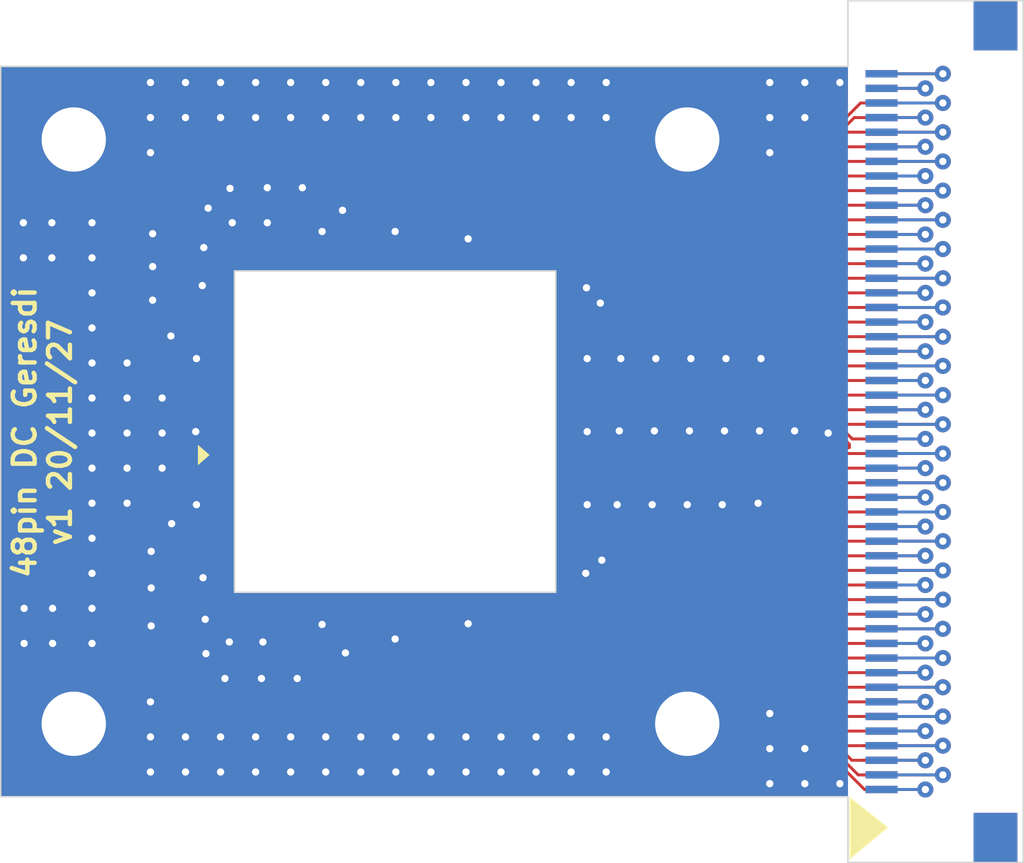
<source format=kicad_pcb>
(kicad_pcb (version 20171130) (host pcbnew "(5.1.11-2-g3484334d15)-1")

  (general
    (thickness 1.6)
    (drawings 22)
    (tracks 659)
    (zones 0)
    (modules 3)
    (nets 52)
  )

  (page A4)
  (layers
    (0 F.Cu signal)
    (31 B.Cu signal hide)
    (32 B.Adhes user hide)
    (33 F.Adhes user hide)
    (34 B.Paste user hide)
    (35 F.Paste user hide)
    (36 B.SilkS user hide)
    (37 F.SilkS user)
    (38 B.Mask user)
    (39 F.Mask user hide)
    (40 Dwgs.User user hide)
    (41 Cmts.User user)
    (42 Eco1.User user)
    (43 Eco2.User user)
    (44 Edge.Cuts user)
    (45 Margin user)
    (46 B.CrtYd user)
    (47 F.CrtYd user)
    (48 B.Fab user)
    (49 F.Fab user)
  )

  (setup
    (last_trace_width 0.1)
    (user_trace_width 0.1905)
    (user_trace_width 0.254)
    (user_trace_width 0.508)
    (user_trace_width 1.27)
    (user_trace_width 2.54)
    (trace_clearance 0.1)
    (zone_clearance 0.1)
    (zone_45_only yes)
    (trace_min 0.1)
    (via_size 0.4)
    (via_drill 0.25)
    (via_min_size 0.3)
    (via_min_drill 0.25)
    (uvia_size 0.3)
    (uvia_drill 0.1)
    (uvias_allowed no)
    (uvia_min_size 0.2)
    (uvia_min_drill 0.1)
    (edge_width 0.05)
    (segment_width 0.2)
    (pcb_text_width 0.3)
    (pcb_text_size 1.5 1.5)
    (mod_edge_width 0.12)
    (mod_text_size 1 1)
    (mod_text_width 0.15)
    (pad_size 1.524 1.524)
    (pad_drill 0.762)
    (pad_to_mask_clearance 0.051)
    (solder_mask_min_width 0.25)
    (aux_axis_origin 0 0)
    (grid_origin 148.1 102.550001)
    (visible_elements 7FFFFFFF)
    (pcbplotparams
      (layerselection 0x010fc_ffffffff)
      (usegerberextensions false)
      (usegerberattributes true)
      (usegerberadvancedattributes true)
      (creategerberjobfile true)
      (excludeedgelayer true)
      (linewidth 0.100000)
      (plotframeref false)
      (viasonmask false)
      (mode 1)
      (useauxorigin false)
      (hpglpennumber 1)
      (hpglpenspeed 20)
      (hpglpendiameter 15.000000)
      (psnegative false)
      (psa4output false)
      (plotreference true)
      (plotvalue true)
      (plotinvisibletext false)
      (padsonsilk false)
      (subtractmaskfromsilk false)
      (outputformat 1)
      (mirror false)
      (drillshape 1)
      (scaleselection 1)
      (outputdirectory ""))
  )

  (net 0 "")
  (net 1 /50)
  (net 2 /49)
  (net 3 /48)
  (net 4 /47)
  (net 5 /46)
  (net 6 /45)
  (net 7 /44)
  (net 8 /43)
  (net 9 /42)
  (net 10 /41)
  (net 11 /40)
  (net 12 /39)
  (net 13 /38)
  (net 14 /37)
  (net 15 /36)
  (net 16 /35)
  (net 17 /34)
  (net 18 /33)
  (net 19 /32)
  (net 20 /31)
  (net 21 /30)
  (net 22 /29)
  (net 23 /28)
  (net 24 /27)
  (net 25 /26)
  (net 26 /25)
  (net 27 /24)
  (net 28 /23)
  (net 29 /22)
  (net 30 /21)
  (net 31 /20)
  (net 32 /19)
  (net 33 /18)
  (net 34 /17)
  (net 35 /16)
  (net 36 /15)
  (net 37 /14)
  (net 38 /13)
  (net 39 /12)
  (net 40 /11)
  (net 41 /10)
  (net 42 /09)
  (net 43 /08)
  (net 44 /07)
  (net 45 /06)
  (net 46 /05)
  (net 47 /04)
  (net 48 /03)
  (net 49 /02)
  (net 50 /01)
  (net 51 GND)

  (net_class Default "This is the default net class."
    (clearance 0.1)
    (trace_width 0.1)
    (via_dia 0.4)
    (via_drill 0.25)
    (uvia_dia 0.3)
    (uvia_drill 0.1)
    (add_net /01)
    (add_net /02)
    (add_net /03)
    (add_net /04)
    (add_net /05)
    (add_net /06)
    (add_net /07)
    (add_net /08)
    (add_net /09)
    (add_net /10)
    (add_net /11)
    (add_net /12)
    (add_net /13)
    (add_net /14)
    (add_net /15)
    (add_net /16)
    (add_net /17)
    (add_net /18)
    (add_net /19)
    (add_net /20)
    (add_net /21)
    (add_net /22)
    (add_net /23)
    (add_net /24)
    (add_net /25)
    (add_net /26)
    (add_net /27)
    (add_net /28)
    (add_net /29)
    (add_net /30)
    (add_net /31)
    (add_net /32)
    (add_net /33)
    (add_net /34)
    (add_net /35)
    (add_net /36)
    (add_net /37)
    (add_net /38)
    (add_net /39)
    (add_net /40)
    (add_net /41)
    (add_net /42)
    (add_net /43)
    (add_net /44)
    (add_net /45)
    (add_net /46)
    (add_net /47)
    (add_net /48)
    (add_net /49)
    (add_net /50)
    (add_net GND)
  )

  (module PCB_bond_pads:48pin_DC locked (layer F.Cu) (tedit 5FBFC1BA) (tstamp 5FBFE955)
    (at 148.5 100.000001 90)
    (path /5FCBB99E)
    (attr smd)
    (fp_text reference J3 (at 0 0.5 90) (layer F.SilkS) hide
      (effects (font (size 1 1) (thickness 0.15)))
    )
    (fp_text value "PCB bond pads" (at 0 -0.5 90) (layer F.Fab) hide
      (effects (font (size 1 1) (thickness 0.15)))
    )
    (fp_line (start 0 5.5) (end 5.5 5.5) (layer Dwgs.User) (width 0.05))
    (fp_line (start 5.5 5.5) (end 5.5 -5.5) (layer Dwgs.User) (width 0.05))
    (fp_line (start 5.5 -5.5) (end -5.5 -5.5) (layer Dwgs.User) (width 0.05))
    (fp_line (start -5.5 -5.5) (end -5.5 5.5) (layer Dwgs.User) (width 0.05))
    (fp_line (start -5.5 5.5) (end 0 5.5) (layer Dwgs.User) (width 0.05))
    (fp_poly (pts (xy -0.8 -6.35) (xy -1.15 -6.75) (xy -0.45 -6.75)) (layer F.SilkS) (width 0))
    (pad 63 smd custom (at 5 -5.8 90) (size 1 0.6) (layers F.Cu F.Paste F.Mask)
      (net 51 GND)
      (options (clearance outline) (anchor rect))
      (primitives
        (gr_poly (pts
           (xy 1.1 0.3) (xy 1.1 1.3) (xy 0.5 1.3) (xy 0.5 0.3) (xy 0.4 0.3)
           (xy 0.4 -0.3) (xy 0.5 -0.3)) (width 0))
      ))
    (pad 59 smd custom (at 5 5.8 90) (size 1 0.6) (layers F.Cu F.Paste F.Mask)
      (net 51 GND)
      (options (clearance outline) (anchor rect))
      (primitives
        (gr_poly (pts
           (xy 1.1 -0.3) (xy 0.5 0.3) (xy 0.4 0.3) (xy 0.4 -0.3) (xy 0.5 -0.3)
           (xy 0.5 -1.3) (xy 1.1 -1.3)) (width 0))
      ))
    (pad 55 smd custom (at -5 5.8 90) (size 1 0.6) (layers F.Cu F.Paste F.Mask)
      (net 51 GND)
      (options (clearance outline) (anchor rect))
      (primitives
        (gr_poly (pts
           (xy -0.5 -0.3) (xy -0.4 -0.3) (xy -0.4 0.3) (xy -0.5 0.3) (xy -1.1 -0.3)
           (xy -1.1 -1.3) (xy -0.5 -1.3)) (width 0))
      ))
    (pad 51 smd custom (at -5 -5.8 90) (size 1 0.6) (layers F.Cu F.Paste F.Mask)
      (net 51 GND)
      (options (clearance outline) (anchor rect))
      (primitives
        (gr_poly (pts
           (xy -0.4 0.3) (xy -0.5 0.3) (xy -0.5 1.3) (xy -1.1 1.3) (xy -1.1 0.3)
           (xy -0.5 -0.3) (xy -0.4 -0.3)) (width 0))
      ))
    (pad 18 smd rect (at -5.8 4.2 180) (size 0.3 0.6) (layers F.Cu F.Paste F.Mask)
      (net 33 /18))
    (pad 7 smd rect (at -5.8 -4.2 180) (size 0.3 0.6) (layers F.Cu F.Paste F.Mask)
      (net 44 /07))
    (pad 52 smd rect (at -5.8 -2.5 180) (size 1 0.6) (layers F.Cu F.Paste F.Mask)
      (net 51 GND))
    (pad 9 smd rect (at -5.8 -3.3 180) (size 0.3 0.6) (layers F.Cu F.Paste F.Mask)
      (net 42 /09))
    (pad 11 smd rect (at -5.8 -1.25 180) (size 0.3 0.6) (layers F.Cu F.Paste F.Mask)
      (net 40 /11))
    (pad 15 smd rect (at -5.8 1.7 180) (size 0.3 0.6) (layers F.Cu F.Paste F.Mask)
      (net 36 /15))
    (pad 13 smd rect (at -5.8 0.8 180) (size 0.3 0.6) (layers F.Cu F.Paste F.Mask)
      (net 38 /13))
    (pad 53 smd rect (at -5.8 0 180) (size 1 0.6) (layers F.Cu F.Paste F.Mask)
      (net 51 GND))
    (pad 8 smd rect (at -5.8 -3.75 180) (size 0.3 0.6) (layers F.Cu F.Paste F.Mask)
      (net 43 /08))
    (pad 17 smd rect (at -5.8 3.75 180) (size 0.3 0.6) (layers F.Cu F.Paste F.Mask)
      (net 34 /17))
    (pad 12 smd rect (at -5.8 -0.8 180) (size 0.3 0.6) (layers F.Cu F.Paste F.Mask)
      (net 39 /12))
    (pad 14 smd rect (at -5.8 1.25 180) (size 0.3 0.6) (layers F.Cu F.Paste F.Mask)
      (net 37 /14))
    (pad 54 smd rect (at -5.8 2.5 180) (size 1 0.6) (layers F.Cu F.Paste F.Mask)
      (net 51 GND))
    (pad 10 smd rect (at -5.8 -1.7 180) (size 0.3 0.6) (layers F.Cu F.Paste F.Mask)
      (net 41 /10))
    (pad 16 smd rect (at -5.8 3.3 180) (size 0.3 0.6) (layers F.Cu F.Paste F.Mask)
      (net 35 /16))
    (pad 40 smd rect (at 5.8 -3.3 180) (size 0.3 0.6) (layers F.Cu F.Paste F.Mask)
      (net 11 /40))
    (pad 42 smd rect (at 5.8 -4.2 180) (size 0.3 0.6) (layers F.Cu F.Paste F.Mask)
      (net 9 /42))
    (pad 41 smd rect (at 5.8 -3.75 180) (size 0.3 0.6) (layers F.Cu F.Paste F.Mask)
      (net 10 /41))
    (pad 38 smd rect (at 5.8 -1.25 180) (size 0.3 0.6) (layers F.Cu F.Paste F.Mask)
      (net 13 /38))
    (pad 39 smd rect (at 5.8 -1.7 180) (size 0.3 0.6) (layers F.Cu F.Paste F.Mask)
      (net 12 /39))
    (pad 62 smd rect (at 5.8 -2.5 180) (size 1 0.6) (layers F.Cu F.Paste F.Mask)
      (net 51 GND))
    (pad 61 smd rect (at 5.8 0 180) (size 1 0.6) (layers F.Cu F.Paste F.Mask)
      (net 51 GND))
    (pad 32 smd rect (at 5.8 3.75 180) (size 0.3 0.6) (layers F.Cu F.Paste F.Mask)
      (net 19 /32))
    (pad 37 smd rect (at 5.8 -0.8 180) (size 0.3 0.6) (layers F.Cu F.Paste F.Mask)
      (net 14 /37))
    (pad 34 smd rect (at 5.8 1.7 180) (size 0.3 0.6) (layers F.Cu F.Paste F.Mask)
      (net 17 /34))
    (pad 35 smd rect (at 5.8 1.25 180) (size 0.3 0.6) (layers F.Cu F.Paste F.Mask)
      (net 16 /35))
    (pad 36 smd rect (at 5.8 0.8 180) (size 0.3 0.6) (layers F.Cu F.Paste F.Mask)
      (net 15 /36))
    (pad 60 smd rect (at 5.8 2.5 180) (size 1 0.6) (layers F.Cu F.Paste F.Mask)
      (net 51 GND))
    (pad 33 smd rect (at 5.8 3.3 180) (size 0.3 0.6) (layers F.Cu F.Paste F.Mask)
      (net 18 /33))
    (pad 31 smd rect (at 5.8 4.2 180) (size 0.3 0.6) (layers F.Cu F.Paste F.Mask)
      (net 20 /31))
    (pad 29 smd rect (at 3.75 5.8 90) (size 0.3 0.6) (layers F.Cu F.Paste F.Mask)
      (net 22 /29))
    (pad 30 smd rect (at 4.2 5.8 90) (size 0.3 0.6) (layers F.Cu F.Paste F.Mask)
      (net 21 /30))
    (pad 28 smd rect (at 3.3 5.8 90) (size 0.3 0.6) (layers F.Cu F.Paste F.Mask)
      (net 23 /28))
    (pad 27 smd rect (at 1.7 5.8 90) (size 0.3 0.6) (layers F.Cu F.Paste F.Mask)
      (net 24 /27))
    (pad 26 smd rect (at 1.25 5.8 90) (size 0.3 0.6) (layers F.Cu F.Paste F.Mask)
      (net 25 /26))
    (pad 58 smd rect (at 2.5 5.8 90) (size 1 0.6) (layers F.Cu F.Paste F.Mask)
      (net 51 GND))
    (pad 25 smd rect (at 0.8 5.8 90) (size 0.3 0.6) (layers F.Cu F.Paste F.Mask)
      (net 26 /25))
    (pad 22 smd rect (at -1.7 5.8 90) (size 0.3 0.6) (layers F.Cu F.Paste F.Mask)
      (net 29 /22))
    (pad 23 smd rect (at -1.25 5.8 90) (size 0.3 0.6) (layers F.Cu F.Paste F.Mask)
      (net 28 /23))
    (pad 24 smd rect (at -0.8 5.8 90) (size 0.3 0.6) (layers F.Cu F.Paste F.Mask)
      (net 27 /24))
    (pad 57 smd rect (at 0 5.8 90) (size 1 0.6) (layers F.Cu F.Paste F.Mask)
      (net 51 GND))
    (pad 56 smd rect (at -2.5 5.8 90) (size 1 0.6) (layers F.Cu F.Paste F.Mask)
      (net 51 GND))
    (pad 20 smd rect (at -3.75 5.8 90) (size 0.3 0.6) (layers F.Cu F.Paste F.Mask)
      (net 31 /20))
    (pad 19 smd rect (at -4.2 5.8 90) (size 0.3 0.6) (layers F.Cu F.Paste F.Mask)
      (net 32 /19))
    (pad 21 smd rect (at -3.3 5.8 90) (size 0.3 0.6) (layers F.Cu F.Paste F.Mask)
      (net 30 /21))
    (pad 43 smd rect (at 4.2 -5.8 90) (size 0.3 0.6) (layers F.Cu F.Paste F.Mask)
      (net 8 /43))
    (pad 44 smd rect (at 3.75 -5.8 90) (size 0.3 0.6) (layers F.Cu F.Paste F.Mask)
      (net 7 /44))
    (pad 45 smd rect (at 3.3 -5.8 90) (size 0.3 0.6) (layers F.Cu F.Paste F.Mask)
      (net 6 /45))
    (pad 64 smd rect (at 2.5 -5.8 90) (size 1 0.6) (layers F.Cu F.Paste F.Mask)
      (net 51 GND))
    (pad 46 smd rect (at 1.7 -5.8 90) (size 0.3 0.6) (layers F.Cu F.Paste F.Mask)
      (net 5 /46))
    (pad 47 smd rect (at 1.25 -5.8 90) (size 0.3 0.6) (layers F.Cu F.Paste F.Mask)
      (net 4 /47))
    (pad 48 smd rect (at 0.8 -5.8 90) (size 0.3 0.6) (layers F.Cu F.Paste F.Mask)
      (net 3 /48))
    (pad 6 smd rect (at -4.2 -5.8 90) (size 0.3 0.6) (layers F.Cu F.Paste F.Mask)
      (net 45 /06))
    (pad 5 smd rect (at -3.75 -5.8 90) (size 0.3 0.6) (layers F.Cu F.Paste F.Mask)
      (net 46 /05))
    (pad 4 smd rect (at -3.3 -5.8 90) (size 0.3 0.6) (layers F.Cu F.Paste F.Mask)
      (net 47 /04))
    (pad 50 smd rect (at -2.5 -5.8 90) (size 1 0.6) (layers F.Cu F.Paste F.Mask)
      (net 51 GND))
    (pad 3 smd rect (at -1.7 -5.8 90) (size 0.3 0.6) (layers F.Cu F.Paste F.Mask)
      (net 48 /03))
    (pad 2 smd rect (at -1.25 -5.8 90) (size 0.3 0.6) (layers F.Cu F.Paste F.Mask)
      (net 49 /02))
    (pad 1 smd rect (at -0.8 -5.8 90) (size 0.3 0.6) (layers F.Cu F.Paste F.Mask)
      (net 50 /01))
    (pad 49 smd rect (at 0 -5.8 90) (size 1 0.6) (layers F.Cu F.Paste F.Mask)
      (net 51 GND))
  )

  (module Omron_edge_connector:XF2M-5015-1A (layer B.Cu) (tedit 5FBF7FC6) (tstamp 5FBF9214)
    (at 169.8 100.000001 270)
    (path /5FC0FD6D)
    (fp_text reference J2 (at 0 -0.5 90) (layer B.SilkS) hide
      (effects (font (size 1 1) (thickness 0.15)) (justify mirror))
    )
    (fp_text value "edge connector down" (at 0 0.5 90) (layer B.Fab) hide
      (effects (font (size 1 1) (thickness 0.15)) (justify mirror))
    )
    (fp_poly (pts (xy -13.05 0) (xy -14.75 0) (xy -14.75 1.5) (xy -13.05 1.5)) (layer B.Cu) (width 0))
    (fp_poly (pts (xy 14.75 0) (xy 13.05 0) (xy 13.05 1.5) (xy 14.75 1.5)) (layer B.Cu) (width 0))
    (pad 50 smd rect (at 12.25 4.65 270) (size 0.25 1.1) (layers B.Cu B.Paste B.Mask)
      (net 50 /01))
    (pad 49 smd rect (at 11.75 4.65 270) (size 0.25 1.1) (layers B.Cu B.Paste B.Mask)
      (net 49 /02))
    (pad 48 smd rect (at 11.25 4.65 270) (size 0.25 1.1) (layers B.Cu B.Paste B.Mask)
      (net 48 /03))
    (pad 47 smd rect (at 10.75 4.65 270) (size 0.25 1.1) (layers B.Cu B.Paste B.Mask)
      (net 47 /04))
    (pad 46 smd rect (at 10.25 4.65 270) (size 0.25 1.1) (layers B.Cu B.Paste B.Mask)
      (net 46 /05))
    (pad 45 smd rect (at 9.75 4.65 270) (size 0.25 1.1) (layers B.Cu B.Paste B.Mask)
      (net 45 /06))
    (pad 44 smd rect (at 9.25 4.65 270) (size 0.25 1.1) (layers B.Cu B.Paste B.Mask)
      (net 44 /07))
    (pad 43 smd rect (at 8.75 4.65 270) (size 0.25 1.1) (layers B.Cu B.Paste B.Mask)
      (net 43 /08))
    (pad 42 smd rect (at 8.25 4.65 270) (size 0.25 1.1) (layers B.Cu B.Paste B.Mask)
      (net 42 /09))
    (pad 41 smd rect (at 7.75 4.65 270) (size 0.25 1.1) (layers B.Cu B.Paste B.Mask)
      (net 41 /10))
    (pad 40 smd rect (at 7.25 4.65 270) (size 0.25 1.1) (layers B.Cu B.Paste B.Mask)
      (net 40 /11))
    (pad 39 smd rect (at 6.75 4.65 270) (size 0.25 1.1) (layers B.Cu B.Paste B.Mask)
      (net 39 /12))
    (pad 38 smd rect (at 6.25 4.65 270) (size 0.25 1.1) (layers B.Cu B.Paste B.Mask)
      (net 38 /13))
    (pad 37 smd rect (at 5.75 4.65 270) (size 0.25 1.1) (layers B.Cu B.Paste B.Mask)
      (net 37 /14))
    (pad 36 smd rect (at 5.25 4.65 270) (size 0.25 1.1) (layers B.Cu B.Paste B.Mask)
      (net 36 /15))
    (pad 35 smd rect (at 4.75 4.65 270) (size 0.25 1.1) (layers B.Cu B.Paste B.Mask)
      (net 35 /16))
    (pad 34 smd rect (at 4.25 4.65 270) (size 0.25 1.1) (layers B.Cu B.Paste B.Mask)
      (net 34 /17))
    (pad 33 smd rect (at 3.75 4.65 270) (size 0.25 1.1) (layers B.Cu B.Paste B.Mask)
      (net 33 /18))
    (pad 32 smd rect (at 3.25 4.65 270) (size 0.25 1.1) (layers B.Cu B.Paste B.Mask)
      (net 32 /19))
    (pad 31 smd rect (at 2.75 4.65 270) (size 0.25 1.1) (layers B.Cu B.Paste B.Mask)
      (net 31 /20))
    (pad 30 smd rect (at 2.25 4.65 270) (size 0.25 1.1) (layers B.Cu B.Paste B.Mask)
      (net 30 /21))
    (pad 29 smd rect (at 1.75 4.65 270) (size 0.25 1.1) (layers B.Cu B.Paste B.Mask)
      (net 29 /22))
    (pad 28 smd rect (at 1.25 4.65 270) (size 0.25 1.1) (layers B.Cu B.Paste B.Mask)
      (net 28 /23))
    (pad 27 smd rect (at 0.75 4.65 270) (size 0.25 1.1) (layers B.Cu B.Paste B.Mask)
      (net 27 /24))
    (pad 26 smd rect (at 0.25 4.65 270) (size 0.25 1.1) (layers B.Cu B.Paste B.Mask)
      (net 26 /25))
    (pad 25 smd rect (at -0.25 4.65 270) (size 0.25 1.1) (layers B.Cu B.Paste B.Mask)
      (net 25 /26))
    (pad 24 smd rect (at -0.75 4.65 270) (size 0.25 1.1) (layers B.Cu B.Paste B.Mask)
      (net 24 /27))
    (pad 23 smd rect (at -1.25 4.65 270) (size 0.25 1.1) (layers B.Cu B.Paste B.Mask)
      (net 23 /28))
    (pad 22 smd rect (at -1.75 4.65 270) (size 0.25 1.1) (layers B.Cu B.Paste B.Mask)
      (net 22 /29))
    (pad 21 smd rect (at -2.25 4.65 270) (size 0.25 1.1) (layers B.Cu B.Paste B.Mask)
      (net 21 /30))
    (pad 20 smd rect (at -2.75 4.65 270) (size 0.25 1.1) (layers B.Cu B.Paste B.Mask)
      (net 20 /31))
    (pad 19 smd rect (at -3.25 4.65 270) (size 0.25 1.1) (layers B.Cu B.Paste B.Mask)
      (net 19 /32))
    (pad 18 smd rect (at -3.75 4.65 270) (size 0.25 1.1) (layers B.Cu B.Paste B.Mask)
      (net 18 /33))
    (pad 17 smd rect (at -4.25 4.65 270) (size 0.25 1.1) (layers B.Cu B.Paste B.Mask)
      (net 17 /34))
    (pad 16 smd rect (at -4.75 4.65 270) (size 0.25 1.1) (layers B.Cu B.Paste B.Mask)
      (net 16 /35))
    (pad 15 smd rect (at -5.25 4.65 270) (size 0.25 1.1) (layers B.Cu B.Paste B.Mask)
      (net 15 /36))
    (pad 14 smd rect (at -5.75 4.65 270) (size 0.25 1.1) (layers B.Cu B.Paste B.Mask)
      (net 14 /37))
    (pad 13 smd rect (at -6.25 4.65 270) (size 0.25 1.1) (layers B.Cu B.Paste B.Mask)
      (net 13 /38))
    (pad 12 smd rect (at -6.75 4.65 270) (size 0.25 1.1) (layers B.Cu B.Paste B.Mask)
      (net 12 /39))
    (pad 11 smd rect (at -7.25 4.65 270) (size 0.25 1.1) (layers B.Cu B.Paste B.Mask)
      (net 11 /40))
    (pad 10 smd rect (at -7.75 4.65 270) (size 0.25 1.1) (layers B.Cu B.Paste B.Mask)
      (net 10 /41))
    (pad 9 smd rect (at -8.25 4.65 270) (size 0.25 1.1) (layers B.Cu B.Paste B.Mask)
      (net 9 /42))
    (pad 8 smd rect (at -8.75 4.65 270) (size 0.25 1.1) (layers B.Cu B.Paste B.Mask)
      (net 8 /43))
    (pad 7 smd rect (at -9.25 4.65 270) (size 0.25 1.1) (layers B.Cu B.Paste B.Mask)
      (net 7 /44))
    (pad 6 smd rect (at -9.75 4.65 270) (size 0.25 1.1) (layers B.Cu B.Paste B.Mask)
      (net 6 /45))
    (pad 5 smd rect (at -10.25 4.65 270) (size 0.25 1.1) (layers B.Cu B.Paste B.Mask)
      (net 5 /46))
    (pad 4 smd rect (at -10.75 4.65 270) (size 0.25 1.1) (layers B.Cu B.Paste B.Mask)
      (net 4 /47))
    (pad 3 smd rect (at -11.25 4.65 270) (size 0.25 1.1) (layers B.Cu B.Paste B.Mask)
      (net 3 /48))
    (pad 2 smd rect (at -11.75 4.65 270) (size 0.25 1.1) (layers B.Cu B.Paste B.Mask)
      (net 2 /49))
    (pad 1 smd rect (at -12.25 4.65 270) (size 0.25 1.1) (layers B.Cu B.Paste B.Mask)
      (net 1 /50))
  )

  (module Omron_edge_connector:XF2M-5015-1A (layer F.Cu) (tedit 5FBF7FC6) (tstamp 5FBF8C32)
    (at 169.8 100.000001 90)
    (path /5FC34232)
    (fp_text reference J1 (at 0 0.5 90) (layer F.SilkS) hide
      (effects (font (size 1 1) (thickness 0.15)))
    )
    (fp_text value "edge connector up" (at 0 -0.5 90) (layer F.Fab) hide
      (effects (font (size 1 1) (thickness 0.15)))
    )
    (fp_poly (pts (xy -13.05 0) (xy -14.75 0) (xy -14.75 -1.5) (xy -13.05 -1.5)) (layer F.Cu) (width 0))
    (fp_poly (pts (xy 14.75 0) (xy 13.05 0) (xy 13.05 -1.5) (xy 14.75 -1.5)) (layer F.Cu) (width 0))
    (pad 50 smd rect (at 12.25 -4.65 90) (size 0.25 1.1) (layers F.Cu F.Paste F.Mask)
      (net 1 /50))
    (pad 49 smd rect (at 11.75 -4.65 90) (size 0.25 1.1) (layers F.Cu F.Paste F.Mask)
      (net 2 /49))
    (pad 48 smd rect (at 11.25 -4.65 90) (size 0.25 1.1) (layers F.Cu F.Paste F.Mask)
      (net 3 /48))
    (pad 47 smd rect (at 10.75 -4.65 90) (size 0.25 1.1) (layers F.Cu F.Paste F.Mask)
      (net 4 /47))
    (pad 46 smd rect (at 10.25 -4.65 90) (size 0.25 1.1) (layers F.Cu F.Paste F.Mask)
      (net 5 /46))
    (pad 45 smd rect (at 9.75 -4.65 90) (size 0.25 1.1) (layers F.Cu F.Paste F.Mask)
      (net 6 /45))
    (pad 44 smd rect (at 9.25 -4.65 90) (size 0.25 1.1) (layers F.Cu F.Paste F.Mask)
      (net 7 /44))
    (pad 43 smd rect (at 8.75 -4.65 90) (size 0.25 1.1) (layers F.Cu F.Paste F.Mask)
      (net 8 /43))
    (pad 42 smd rect (at 8.25 -4.65 90) (size 0.25 1.1) (layers F.Cu F.Paste F.Mask)
      (net 9 /42))
    (pad 41 smd rect (at 7.75 -4.65 90) (size 0.25 1.1) (layers F.Cu F.Paste F.Mask)
      (net 10 /41))
    (pad 40 smd rect (at 7.25 -4.65 90) (size 0.25 1.1) (layers F.Cu F.Paste F.Mask)
      (net 11 /40))
    (pad 39 smd rect (at 6.75 -4.65 90) (size 0.25 1.1) (layers F.Cu F.Paste F.Mask)
      (net 12 /39))
    (pad 38 smd rect (at 6.25 -4.65 90) (size 0.25 1.1) (layers F.Cu F.Paste F.Mask)
      (net 13 /38))
    (pad 37 smd rect (at 5.75 -4.65 90) (size 0.25 1.1) (layers F.Cu F.Paste F.Mask)
      (net 14 /37))
    (pad 36 smd rect (at 5.25 -4.65 90) (size 0.25 1.1) (layers F.Cu F.Paste F.Mask)
      (net 15 /36))
    (pad 35 smd rect (at 4.75 -4.65 90) (size 0.25 1.1) (layers F.Cu F.Paste F.Mask)
      (net 16 /35))
    (pad 34 smd rect (at 4.25 -4.65 90) (size 0.25 1.1) (layers F.Cu F.Paste F.Mask)
      (net 17 /34))
    (pad 33 smd rect (at 3.75 -4.65 90) (size 0.25 1.1) (layers F.Cu F.Paste F.Mask)
      (net 18 /33))
    (pad 32 smd rect (at 3.25 -4.65 90) (size 0.25 1.1) (layers F.Cu F.Paste F.Mask)
      (net 19 /32))
    (pad 31 smd rect (at 2.75 -4.65 90) (size 0.25 1.1) (layers F.Cu F.Paste F.Mask)
      (net 20 /31))
    (pad 30 smd rect (at 2.25 -4.65 90) (size 0.25 1.1) (layers F.Cu F.Paste F.Mask)
      (net 21 /30))
    (pad 29 smd rect (at 1.75 -4.65 90) (size 0.25 1.1) (layers F.Cu F.Paste F.Mask)
      (net 22 /29))
    (pad 28 smd rect (at 1.25 -4.65 90) (size 0.25 1.1) (layers F.Cu F.Paste F.Mask)
      (net 23 /28))
    (pad 27 smd rect (at 0.75 -4.65 90) (size 0.25 1.1) (layers F.Cu F.Paste F.Mask)
      (net 24 /27))
    (pad 26 smd rect (at 0.25 -4.65 90) (size 0.25 1.1) (layers F.Cu F.Paste F.Mask)
      (net 25 /26))
    (pad 25 smd rect (at -0.25 -4.65 90) (size 0.25 1.1) (layers F.Cu F.Paste F.Mask)
      (net 26 /25))
    (pad 24 smd rect (at -0.75 -4.65 90) (size 0.25 1.1) (layers F.Cu F.Paste F.Mask)
      (net 27 /24))
    (pad 23 smd rect (at -1.25 -4.65 90) (size 0.25 1.1) (layers F.Cu F.Paste F.Mask)
      (net 28 /23))
    (pad 22 smd rect (at -1.75 -4.65 90) (size 0.25 1.1) (layers F.Cu F.Paste F.Mask)
      (net 29 /22))
    (pad 21 smd rect (at -2.25 -4.65 90) (size 0.25 1.1) (layers F.Cu F.Paste F.Mask)
      (net 30 /21))
    (pad 20 smd rect (at -2.75 -4.65 90) (size 0.25 1.1) (layers F.Cu F.Paste F.Mask)
      (net 31 /20))
    (pad 19 smd rect (at -3.25 -4.65 90) (size 0.25 1.1) (layers F.Cu F.Paste F.Mask)
      (net 32 /19))
    (pad 18 smd rect (at -3.75 -4.65 90) (size 0.25 1.1) (layers F.Cu F.Paste F.Mask)
      (net 33 /18))
    (pad 17 smd rect (at -4.25 -4.65 90) (size 0.25 1.1) (layers F.Cu F.Paste F.Mask)
      (net 34 /17))
    (pad 16 smd rect (at -4.75 -4.65 90) (size 0.25 1.1) (layers F.Cu F.Paste F.Mask)
      (net 35 /16))
    (pad 15 smd rect (at -5.25 -4.65 90) (size 0.25 1.1) (layers F.Cu F.Paste F.Mask)
      (net 36 /15))
    (pad 14 smd rect (at -5.75 -4.65 90) (size 0.25 1.1) (layers F.Cu F.Paste F.Mask)
      (net 37 /14))
    (pad 13 smd rect (at -6.25 -4.65 90) (size 0.25 1.1) (layers F.Cu F.Paste F.Mask)
      (net 38 /13))
    (pad 12 smd rect (at -6.75 -4.65 90) (size 0.25 1.1) (layers F.Cu F.Paste F.Mask)
      (net 39 /12))
    (pad 11 smd rect (at -7.25 -4.65 90) (size 0.25 1.1) (layers F.Cu F.Paste F.Mask)
      (net 40 /11))
    (pad 10 smd rect (at -7.75 -4.65 90) (size 0.25 1.1) (layers F.Cu F.Paste F.Mask)
      (net 41 /10))
    (pad 9 smd rect (at -8.25 -4.65 90) (size 0.25 1.1) (layers F.Cu F.Paste F.Mask)
      (net 42 /09))
    (pad 8 smd rect (at -8.75 -4.65 90) (size 0.25 1.1) (layers F.Cu F.Paste F.Mask)
      (net 43 /08))
    (pad 7 smd rect (at -9.25 -4.65 90) (size 0.25 1.1) (layers F.Cu F.Paste F.Mask)
      (net 44 /07))
    (pad 6 smd rect (at -9.75 -4.65 90) (size 0.25 1.1) (layers F.Cu F.Paste F.Mask)
      (net 45 /06))
    (pad 5 smd rect (at -10.25 -4.65 90) (size 0.25 1.1) (layers F.Cu F.Paste F.Mask)
      (net 46 /05))
    (pad 4 smd rect (at -10.75 -4.65 90) (size 0.25 1.1) (layers F.Cu F.Paste F.Mask)
      (net 47 /04))
    (pad 3 smd rect (at -11.25 -4.65 90) (size 0.25 1.1) (layers F.Cu F.Paste F.Mask)
      (net 48 /03))
    (pad 2 smd rect (at -11.75 -4.65 90) (size 0.25 1.1) (layers F.Cu F.Paste F.Mask)
      (net 49 /02))
    (pad 1 smd rect (at -12.25 -4.65 90) (size 0.25 1.1) (layers F.Cu F.Paste F.Mask)
      (net 50 /01))
  )

  (gr_text "48pin DC Geresdi\nv1 20/11/27" (at 136.425 100.025001 90) (layer F.SilkS)
    (effects (font (size 0.75 0.75) (thickness 0.15)))
  )
  (gr_poly (pts (xy 165.375 113.550001) (xy 164.05 114.650001) (xy 164.05 112.500001)) (layer F.SilkS) (width 0))
  (gr_poly (pts (xy 169.825 114.750001) (xy 168.275 114.750001) (xy 168.275 113.025001) (xy 169.825 113.025001)) (layer F.Mask) (width 0))
  (gr_poly (pts (xy 169.825 86.975001) (xy 168.275 86.975001) (xy 168.275 85.250001) (xy 169.825 85.250001)) (layer F.Mask) (width 0))
  (gr_poly (pts (xy 169.825 114.750001) (xy 168.275 114.750001) (xy 168.275 113.025001) (xy 169.825 113.025001)) (layer B.Mask) (width 0))
  (gr_poly (pts (xy 169.825 86.975001) (xy 168.275 86.975001) (xy 168.275 85.250001) (xy 169.825 85.250001)) (layer B.Mask) (width 0))
  (gr_line (start 135 112.500001) (end 135 87.500001) (layer Edge.Cuts) (width 0.05) (tstamp 5FC106C0))
  (gr_line (start 164 112.500001) (end 135 112.500001) (layer Edge.Cuts) (width 0.05))
  (gr_line (start 164 114.750001) (end 164 112.500001) (layer Edge.Cuts) (width 0.05))
  (gr_line (start 170 114.750001) (end 164 114.750001) (layer Edge.Cuts) (width 0.05))
  (gr_line (start 170 85.250001) (end 170 114.75) (layer Edge.Cuts) (width 0.05))
  (gr_line (start 164 85.250001) (end 170 85.250001) (layer Edge.Cuts) (width 0.05))
  (gr_line (start 164 87.500001) (end 164 85.250001) (layer Edge.Cuts) (width 0.05))
  (gr_line (start 135 87.500001) (end 164 87.500001) (layer Edge.Cuts) (width 0.05))
  (dimension 6 (width 0.15) (layer Dwgs.User)
    (gr_text "6.000 mm" (at 167 82.425001) (layer Dwgs.User)
      (effects (font (size 1 1) (thickness 0.15)))
    )
    (feature1 (pts (xy 164 87.500001) (xy 164 83.13858)))
    (feature2 (pts (xy 170 87.500001) (xy 170 83.13858)))
    (crossbar (pts (xy 170 83.725001) (xy 164 83.725001)))
    (arrow1a (pts (xy 164 83.725001) (xy 165.126504 83.13858)))
    (arrow1b (pts (xy 164 83.725001) (xy 165.126504 84.311422)))
    (arrow2a (pts (xy 170 83.725001) (xy 168.873496 83.13858)))
    (arrow2b (pts (xy 170 83.725001) (xy 168.873496 84.311422)))
  )
  (gr_line (start 154 94.500001) (end 143 94.500001) (layer Edge.Cuts) (width 0.05) (tstamp 5FC10174))
  (gr_line (start 154 105.500001) (end 154 94.500001) (layer Edge.Cuts) (width 0.05))
  (gr_line (start 143 105.500001) (end 154 105.500001) (layer Edge.Cuts) (width 0.05))
  (gr_line (start 143 94.500001) (end 143 105.500001) (layer Edge.Cuts) (width 0.05))
  (gr_line (start 135 87.500001) (end 170 87.500001) (layer Dwgs.User) (width 0.15))
  (gr_line (start 135 112.500001) (end 170 112.500001) (layer Dwgs.User) (width 0.15))
  (gr_line (start 135 87.500001) (end 135 112.500001) (layer Dwgs.User) (width 0.15))

  (via (at 167.25 87.750001) (size 0.55) (drill 0.25) (layers F.Cu B.Cu) (net 1) (tstamp 5FBFFA07))
  (segment (start 165.15 87.750001) (end 167.25 87.750001) (width 0.1) (layer F.Cu) (net 1) (tstamp 5FBFFA38))
  (segment (start 167.25 87.750001) (end 165.15 87.750001) (width 0.1) (layer B.Cu) (net 1) (tstamp 5FBFFA69))
  (via (at 166.65 88.250001) (size 0.55) (drill 0.25) (layers F.Cu B.Cu) (net 2) (tstamp 5FBFF882))
  (segment (start 165.15 88.250001) (end 166.65 88.250001) (width 0.1) (layer F.Cu) (net 2) (tstamp 5FBFF8B3))
  (segment (start 166.65 88.250001) (end 165.15 88.250001) (width 0.1) (layer B.Cu) (net 2) (tstamp 5FBFF8E4))
  (segment (start 141.784456 90.099831) (end 155.53269 90.099833) (width 0.1) (layer F.Cu) (net 3))
  (segment (start 157.866429 92.433572) (end 160.750713 92.433572) (width 0.1) (layer F.Cu) (net 3))
  (segment (start 142.7 99.200001) (end 141.767142 99.200001) (width 0.1) (layer F.Cu) (net 3))
  (segment (start 138.849979 96.282838) (end 138.84998 93.034307) (width 0.1) (layer F.Cu) (net 3))
  (segment (start 155.53269 90.099833) (end 157.866429 92.433572) (width 0.1) (layer F.Cu) (net 3))
  (segment (start 164.434284 88.750001) (end 165.4 88.750001) (width 0.1) (layer F.Cu) (net 3))
  (segment (start 138.84998 93.034307) (end 141.784456 90.099831) (width 0.1) (layer F.Cu) (net 3))
  (segment (start 160.750713 92.433572) (end 164.434284 88.750001) (width 0.1) (layer F.Cu) (net 3))
  (segment (start 141.767142 99.200001) (end 138.849979 96.282838) (width 0.1) (layer F.Cu) (net 3))
  (via (at 167.25 88.750001) (size 0.55) (drill 0.25) (layers F.Cu B.Cu) (net 3) (tstamp 5FBFFA05))
  (segment (start 165.15 88.750001) (end 167.25 88.750001) (width 0.1) (layer F.Cu) (net 3) (tstamp 5FBFFA36))
  (segment (start 167.25 88.750001) (end 165.15 88.750001) (width 0.1) (layer B.Cu) (net 3) (tstamp 5FBFFA67))
  (segment (start 139.04999 96.199991) (end 139.04999 93.117155) (width 0.1) (layer F.Cu) (net 4) (tstamp 5FBFC7DE))
  (segment (start 141.6 98.750001) (end 139.04999 96.199991) (width 0.1) (layer F.Cu) (net 4) (tstamp 5FBFC7E2))
  (segment (start 142.7 98.750001) (end 141.6 98.750001) (width 0.1) (layer F.Cu) (net 4) (tstamp 5FBFC7E6))
  (segment (start 139.04999 93.117155) (end 139.04999 93.367155) (width 0.1) (layer F.Cu) (net 4) (tstamp 5FBFC7FA))
  (segment (start 141.867303 90.299842) (end 155.449842 90.299843) (width 0.1) (layer F.Cu) (net 4))
  (segment (start 160.83356 92.633583) (end 164.217142 89.250001) (width 0.1) (layer F.Cu) (net 4))
  (segment (start 157.783582 92.633583) (end 160.83356 92.633583) (width 0.1) (layer F.Cu) (net 4))
  (segment (start 164.217142 89.250001) (end 165.4 89.250001) (width 0.1) (layer F.Cu) (net 4))
  (segment (start 139.04999 93.117155) (end 141.867303 90.299842) (width 0.1) (layer F.Cu) (net 4))
  (segment (start 155.449842 90.299843) (end 157.783582 92.633583) (width 0.1) (layer F.Cu) (net 4))
  (via (at 166.65 89.250001) (size 0.55) (drill 0.25) (layers F.Cu B.Cu) (net 4) (tstamp 5FBFF880))
  (segment (start 165.15 89.250001) (end 166.65 89.250001) (width 0.1) (layer F.Cu) (net 4) (tstamp 5FBFF8B1))
  (segment (start 166.65 89.250001) (end 165.15 89.250001) (width 0.1) (layer B.Cu) (net 4) (tstamp 5FBFF8E2))
  (segment (start 160.916407 92.833594) (end 164 89.750001) (width 0.1) (layer F.Cu) (net 5))
  (segment (start 157.700735 92.833594) (end 160.916407 92.833594) (width 0.1) (layer F.Cu) (net 5))
  (segment (start 155.366994 90.499853) (end 157.700735 92.833594) (width 0.1) (layer F.Cu) (net 5))
  (segment (start 139.25 93.200003) (end 141.95015 90.499853) (width 0.1) (layer F.Cu) (net 5))
  (segment (start 141.95015 90.499853) (end 155.366994 90.499853) (width 0.1) (layer F.Cu) (net 5))
  (segment (start 142.7 98.300001) (end 141.45 98.300001) (width 0.1) (layer F.Cu) (net 5))
  (segment (start 139.25 96.100001) (end 139.25 93.200003) (width 0.1) (layer F.Cu) (net 5))
  (segment (start 141.45 98.300001) (end 139.25 96.100001) (width 0.1) (layer F.Cu) (net 5))
  (segment (start 164 89.750001) (end 165.4 89.750001) (width 0.1) (layer F.Cu) (net 5))
  (via (at 167.25 89.750001) (size 0.55) (drill 0.25) (layers F.Cu B.Cu) (net 5) (tstamp 5FBFFA03))
  (segment (start 165.15 89.750001) (end 167.25 89.750001) (width 0.1) (layer F.Cu) (net 5) (tstamp 5FBFFA34))
  (segment (start 167.25 89.750001) (end 165.15 89.750001) (width 0.1) (layer B.Cu) (net 5) (tstamp 5FBFFA65))
  (segment (start 161.0164 93.033601) (end 163.8 90.250001) (width 0.1) (layer F.Cu) (net 6))
  (segment (start 157.613586 93.033601) (end 161.0164 93.033601) (width 0.1) (layer F.Cu) (net 6))
  (segment (start 142.134426 90.699861) (end 155.279848 90.699861) (width 0.1) (layer F.Cu) (net 6))
  (segment (start 140.999979 91.834308) (end 142.134426 90.699861) (width 0.1) (layer F.Cu) (net 6))
  (segment (start 155.279848 90.699861) (end 157.613586 93.033601) (width 0.1) (layer F.Cu) (net 6))
  (segment (start 140.999979 96.182838) (end 140.999979 91.834308) (width 0.1) (layer F.Cu) (net 6))
  (segment (start 163.8 90.250001) (end 165.4 90.250001) (width 0.1) (layer F.Cu) (net 6))
  (segment (start 141.517142 96.700001) (end 140.999979 96.182838) (width 0.1) (layer F.Cu) (net 6))
  (segment (start 142.7 96.700001) (end 141.517142 96.700001) (width 0.1) (layer F.Cu) (net 6))
  (via (at 166.65 90.250001) (size 0.55) (drill 0.25) (layers F.Cu B.Cu) (net 6) (tstamp 5FBFF87E))
  (segment (start 165.15 90.250001) (end 166.65 90.250001) (width 0.1) (layer F.Cu) (net 6) (tstamp 5FBFF8AF))
  (segment (start 166.65 90.250001) (end 165.15 90.250001) (width 0.1) (layer B.Cu) (net 6) (tstamp 5FBFF8E0))
  (segment (start 155.197001 90.899872) (end 157.530737 93.233608) (width 0.1) (layer F.Cu) (net 7))
  (segment (start 157.530737 93.233608) (end 161.100677 93.233608) (width 0.1) (layer F.Cu) (net 7))
  (segment (start 161.100677 93.233608) (end 163.584284 90.750001) (width 0.1) (layer F.Cu) (net 7))
  (segment (start 163.584284 90.750001) (end 165.4 90.750001) (width 0.1) (layer F.Cu) (net 7))
  (segment (start 142.217273 90.899872) (end 155.197001 90.899872) (width 0.1) (layer F.Cu) (net 7))
  (segment (start 141.199991 91.917154) (end 142.217273 90.899872) (width 0.1) (layer F.Cu) (net 7))
  (segment (start 141.35 96.250001) (end 141.19999 96.099991) (width 0.1) (layer F.Cu) (net 7))
  (segment (start 142.7 96.250001) (end 141.35 96.250001) (width 0.1) (layer F.Cu) (net 7))
  (segment (start 141.19999 96.099991) (end 141.199991 91.917154) (width 0.1) (layer F.Cu) (net 7))
  (via (at 167.25 90.750001) (size 0.55) (drill 0.25) (layers F.Cu B.Cu) (net 7) (tstamp 5FBFFA01))
  (segment (start 165.15 90.750001) (end 167.25 90.750001) (width 0.1) (layer F.Cu) (net 7) (tstamp 5FBFFA32))
  (segment (start 167.25 90.750001) (end 165.15 90.750001) (width 0.1) (layer B.Cu) (net 7) (tstamp 5FBFFA63))
  (segment (start 161.183524 93.433619) (end 163.367142 91.250001) (width 0.1) (layer F.Cu) (net 8))
  (segment (start 141.400001 92.000002) (end 142.30012 91.099883) (width 0.1) (layer F.Cu) (net 8))
  (segment (start 155.114155 91.099884) (end 157.44789 93.433619) (width 0.1) (layer F.Cu) (net 8))
  (segment (start 157.44789 93.433619) (end 161.183524 93.433619) (width 0.1) (layer F.Cu) (net 8))
  (segment (start 142.7 95.800001) (end 141.65 95.800001) (width 0.1) (layer F.Cu) (net 8))
  (segment (start 163.367142 91.250001) (end 165.4 91.250001) (width 0.1) (layer F.Cu) (net 8))
  (segment (start 142.30012 91.099883) (end 155.114155 91.099884) (width 0.1) (layer F.Cu) (net 8))
  (segment (start 141.400001 95.550002) (end 141.400001 92.000002) (width 0.1) (layer F.Cu) (net 8))
  (segment (start 141.65 95.800001) (end 141.400001 95.550002) (width 0.1) (layer F.Cu) (net 8))
  (via (at 166.65 91.250001) (size 0.55) (drill 0.25) (layers F.Cu B.Cu) (net 8) (tstamp 5FBFF87C))
  (segment (start 165.15 91.250001) (end 166.65 91.250001) (width 0.1) (layer F.Cu) (net 8) (tstamp 5FBFF8AD))
  (segment (start 166.65 91.250001) (end 165.15 91.250001) (width 0.1) (layer B.Cu) (net 8) (tstamp 5FBFF8DE))
  (segment (start 157.365045 93.63363) (end 161.266371 93.63363) (width 0.1) (layer F.Cu) (net 9))
  (segment (start 155.031307 91.299894) (end 157.365045 93.63363) (width 0.1) (layer F.Cu) (net 9))
  (segment (start 146.317249 91.299894) (end 155.031307 91.299894) (width 0.1) (layer F.Cu) (net 9))
  (segment (start 144.3 94.200001) (end 144.3 93.317143) (width 0.1) (layer F.Cu) (net 9))
  (segment (start 144.3 93.317143) (end 146.317249 91.299894) (width 0.1) (layer F.Cu) (net 9))
  (segment (start 161.266371 93.63363) (end 163.15 91.750001) (width 0.1) (layer F.Cu) (net 9))
  (segment (start 163.15 91.750001) (end 165.4 91.750001) (width 0.1) (layer F.Cu) (net 9))
  (via (at 167.25 91.750001) (size 0.55) (drill 0.25) (layers F.Cu B.Cu) (net 9) (tstamp 5FBFF9FF))
  (segment (start 165.15 91.750001) (end 167.25 91.750001) (width 0.1) (layer F.Cu) (net 9) (tstamp 5FBFFA30))
  (segment (start 167.25 91.750001) (end 165.15 91.750001) (width 0.1) (layer B.Cu) (net 9) (tstamp 5FBFFA61))
  (segment (start 162.95 92.250001) (end 165.4 92.250001) (width 0.1) (layer F.Cu) (net 10))
  (segment (start 161.366361 93.83364) (end 162.95 92.250001) (width 0.1) (layer F.Cu) (net 10))
  (segment (start 157.282199 93.83364) (end 161.366361 93.83364) (width 0.1) (layer F.Cu) (net 10))
  (segment (start 154.948461 91.499905) (end 157.282199 93.83364) (width 0.1) (layer F.Cu) (net 10))
  (segment (start 146.400096 91.499905) (end 154.948461 91.499905) (width 0.1) (layer F.Cu) (net 10))
  (segment (start 144.75 93.150001) (end 146.400096 91.499905) (width 0.1) (layer F.Cu) (net 10))
  (segment (start 144.75 94.200001) (end 144.75 93.150001) (width 0.1) (layer F.Cu) (net 10))
  (via (at 166.65 92.250001) (size 0.55) (drill 0.25) (layers F.Cu B.Cu) (net 10) (tstamp 5FBFF87A))
  (segment (start 165.15 92.250001) (end 166.65 92.250001) (width 0.1) (layer F.Cu) (net 10) (tstamp 5FBFF8AB))
  (segment (start 166.65 92.250001) (end 165.15 92.250001) (width 0.1) (layer B.Cu) (net 10) (tstamp 5FBFF8DC))
  (segment (start 145.2 93.000001) (end 146.500089 91.699912) (width 0.1) (layer F.Cu) (net 11) (tstamp 5FBFC830))
  (segment (start 145.2 94.200001) (end 145.2 93.000001) (width 0.1) (layer F.Cu) (net 11) (tstamp 5FBFC831))
  (segment (start 146.500089 91.699912) (end 154.865617 91.699912) (width 0.1) (layer F.Cu) (net 11) (tstamp 5FBFC832))
  (segment (start 154.865617 91.699912) (end 154.865621 91.699916) (width 0.1) (layer F.Cu) (net 11) (tstamp 5FBFC838))
  (segment (start 162.75 92.750001) (end 165.4 92.750001) (width 0.1) (layer F.Cu) (net 11))
  (segment (start 161.466354 94.033647) (end 162.75 92.750001) (width 0.1) (layer F.Cu) (net 11))
  (segment (start 157.199352 94.033647) (end 161.466354 94.033647) (width 0.1) (layer F.Cu) (net 11))
  (segment (start 154.865617 91.699912) (end 157.199352 94.033647) (width 0.1) (layer F.Cu) (net 11))
  (via (at 167.25 92.750001) (size 0.55) (drill 0.25) (layers F.Cu B.Cu) (net 11) (tstamp 5FBFF9FD))
  (segment (start 165.15 92.750001) (end 167.25 92.750001) (width 0.1) (layer F.Cu) (net 11) (tstamp 5FBFFA2E))
  (segment (start 167.25 92.750001) (end 165.15 92.750001) (width 0.1) (layer B.Cu) (net 11) (tstamp 5FBFFA5F))
  (segment (start 161.55063 94.233655) (end 162.534284 93.250001) (width 0.1) (layer F.Cu) (net 12))
  (segment (start 154.78277 91.899921) (end 157.116505 94.233655) (width 0.1) (layer F.Cu) (net 12))
  (segment (start 148.167222 91.899921) (end 154.78277 91.899921) (width 0.1) (layer F.Cu) (net 12))
  (segment (start 146.8 93.267143) (end 148.167222 91.899921) (width 0.1) (layer F.Cu) (net 12))
  (segment (start 146.8 94.200001) (end 146.8 93.267143) (width 0.1) (layer F.Cu) (net 12))
  (segment (start 157.116505 94.233655) (end 161.55063 94.233655) (width 0.1) (layer F.Cu) (net 12))
  (segment (start 162.534284 93.250001) (end 165.4 93.250001) (width 0.1) (layer F.Cu) (net 12))
  (via (at 166.65 93.250001) (size 0.55) (drill 0.25) (layers F.Cu B.Cu) (net 12) (tstamp 5FBFF878))
  (segment (start 165.15 93.250001) (end 166.65 93.250001) (width 0.1) (layer F.Cu) (net 12) (tstamp 5FBFF8A9))
  (segment (start 166.65 93.250001) (end 165.15 93.250001) (width 0.1) (layer B.Cu) (net 12) (tstamp 5FBFF8DA))
  (segment (start 154.699925 92.099932) (end 156.199997 93.600004) (width 0.1) (layer F.Cu) (net 13) (tstamp 5FBFC7FF))
  (segment (start 148.250069 92.099932) (end 154.699925 92.099932) (width 0.1) (layer F.Cu) (net 13) (tstamp 5FBFC800))
  (segment (start 147.25 93.100001) (end 148.250069 92.099932) (width 0.1) (layer F.Cu) (net 13) (tstamp 5FBFC801))
  (segment (start 147.25 94.200001) (end 147.25 93.100001) (width 0.1) (layer F.Cu) (net 13) (tstamp 5FBFC802))
  (segment (start 156.199997 93.600004) (end 156.149997 93.550004) (width 0.1) (layer F.Cu) (net 13) (tstamp 5FBFC803))
  (segment (start 156.199997 93.600004) (end 157.03366 94.433666) (width 0.1) (layer F.Cu) (net 13))
  (segment (start 162.317142 93.750001) (end 165.4 93.750001) (width 0.1) (layer F.Cu) (net 13))
  (segment (start 161.633477 94.433666) (end 162.317142 93.750001) (width 0.1) (layer F.Cu) (net 13))
  (segment (start 157.03366 94.433666) (end 161.633477 94.433666) (width 0.1) (layer F.Cu) (net 13))
  (via (at 167.25 93.750001) (size 0.55) (drill 0.25) (layers F.Cu B.Cu) (net 13) (tstamp 5FBFF9FB))
  (segment (start 165.15 93.750001) (end 167.25 93.750001) (width 0.1) (layer F.Cu) (net 13) (tstamp 5FBFFA2C))
  (segment (start 167.25 93.750001) (end 165.15 93.750001) (width 0.1) (layer B.Cu) (net 13) (tstamp 5FBFFA5D))
  (segment (start 156.950814 94.633677) (end 161.716324 94.633677) (width 0.1) (layer F.Cu) (net 14))
  (segment (start 154.61708 92.299943) (end 156.950814 94.633677) (width 0.1) (layer F.Cu) (net 14))
  (segment (start 162.1 94.250001) (end 165.4 94.250001) (width 0.1) (layer F.Cu) (net 14))
  (segment (start 161.716324 94.633677) (end 162.1 94.250001) (width 0.1) (layer F.Cu) (net 14))
  (segment (start 148.350059 92.299942) (end 154.61708 92.299943) (width 0.1) (layer F.Cu) (net 14))
  (segment (start 147.7 94.200001) (end 147.7 92.950001) (width 0.1) (layer F.Cu) (net 14))
  (segment (start 147.7 92.950001) (end 148.350059 92.299942) (width 0.1) (layer F.Cu) (net 14))
  (via (at 166.65 94.250001) (size 0.55) (drill 0.25) (layers F.Cu B.Cu) (net 14) (tstamp 5FBFF876))
  (segment (start 165.15 94.250001) (end 166.65 94.250001) (width 0.1) (layer F.Cu) (net 14) (tstamp 5FBFF8A7))
  (segment (start 166.65 94.250001) (end 165.15 94.250001) (width 0.1) (layer B.Cu) (net 14) (tstamp 5FBFF8D8))
  (segment (start 161.9 94.750001) (end 165.4 94.750001) (width 0.1) (layer F.Cu) (net 15))
  (segment (start 156.867967 94.833688) (end 161.816313 94.833688) (width 0.1) (layer F.Cu) (net 15))
  (segment (start 154.534232 92.499953) (end 156.867967 94.833688) (width 0.1) (layer F.Cu) (net 15))
  (segment (start 150.06719 92.499953) (end 154.534232 92.499953) (width 0.1) (layer F.Cu) (net 15))
  (segment (start 161.816313 94.833688) (end 161.9 94.750001) (width 0.1) (layer F.Cu) (net 15))
  (segment (start 149.3 93.267143) (end 150.06719 92.499953) (width 0.1) (layer F.Cu) (net 15))
  (segment (start 149.3 94.200001) (end 149.3 93.267143) (width 0.1) (layer F.Cu) (net 15))
  (via (at 167.25 94.750001) (size 0.55) (drill 0.25) (layers F.Cu B.Cu) (net 15) (tstamp 5FBFF9F9))
  (segment (start 165.15 94.750001) (end 167.25 94.750001) (width 0.1) (layer F.Cu) (net 15) (tstamp 5FBFFA2A))
  (segment (start 167.25 94.750001) (end 165.15 94.750001) (width 0.1) (layer B.Cu) (net 15) (tstamp 5FBFFA5B))
  (segment (start 154.451385 92.69996) (end 156.785122 95.033697) (width 0.1) (layer F.Cu) (net 16))
  (segment (start 150.150041 92.69996) (end 154.451385 92.69996) (width 0.1) (layer F.Cu) (net 16))
  (segment (start 149.75 93.100001) (end 150.150041 92.69996) (width 0.1) (layer F.Cu) (net 16))
  (segment (start 162 95.250001) (end 165.4 95.250001) (width 0.1) (layer F.Cu) (net 16))
  (segment (start 161.783696 95.033697) (end 162 95.250001) (width 0.1) (layer F.Cu) (net 16))
  (segment (start 156.785122 95.033697) (end 161.783696 95.033697) (width 0.1) (layer F.Cu) (net 16))
  (segment (start 149.75 94.200001) (end 149.75 93.100001) (width 0.1) (layer F.Cu) (net 16))
  (via (at 166.65 95.250001) (size 0.55) (drill 0.25) (layers F.Cu B.Cu) (net 16) (tstamp 5FBFF874))
  (segment (start 165.15 95.250001) (end 166.65 95.250001) (width 0.1) (layer F.Cu) (net 16) (tstamp 5FBFF8A5))
  (segment (start 166.65 95.250001) (end 165.15 95.250001) (width 0.1) (layer B.Cu) (net 16) (tstamp 5FBFF8D6))
  (segment (start 161.697993 95.233704) (end 162.21429 95.750001) (width 0.1) (layer F.Cu) (net 17))
  (segment (start 150.2 94.200001) (end 150.2 93.150001) (width 0.1) (layer F.Cu) (net 17))
  (segment (start 156.702279 95.233704) (end 161.697993 95.233704) (width 0.1) (layer F.Cu) (net 17))
  (segment (start 150.450031 92.89997) (end 154.368545 92.89997) (width 0.1) (layer F.Cu) (net 17))
  (segment (start 162.21429 95.750001) (end 165.4 95.750001) (width 0.1) (layer F.Cu) (net 17))
  (segment (start 154.368545 92.89997) (end 156.702279 95.233704) (width 0.1) (layer F.Cu) (net 17))
  (segment (start 150.2 93.150001) (end 150.450031 92.89997) (width 0.1) (layer F.Cu) (net 17))
  (via (at 167.25 95.750001) (size 0.55) (drill 0.25) (layers F.Cu B.Cu) (net 17) (tstamp 5FBFF9F7))
  (segment (start 165.15 95.750001) (end 167.25 95.750001) (width 0.1) (layer F.Cu) (net 17) (tstamp 5FBFFA28))
  (segment (start 167.25 95.750001) (end 165.15 95.750001) (width 0.1) (layer B.Cu) (net 17) (tstamp 5FBFFA59))
  (segment (start 156.619431 95.433714) (end 161.615145 95.433714) (width 0.1) (layer F.Cu) (net 18))
  (segment (start 151.8 94.200001) (end 151.8 93.250001) (width 0.1) (layer F.Cu) (net 18))
  (segment (start 151.950022 93.099979) (end 154.285697 93.09998) (width 0.1) (layer F.Cu) (net 18))
  (segment (start 161.615145 95.433714) (end 162.431432 96.250001) (width 0.1) (layer F.Cu) (net 18))
  (segment (start 151.8 93.250001) (end 151.950022 93.099979) (width 0.1) (layer F.Cu) (net 18))
  (segment (start 154.285697 93.09998) (end 156.619431 95.433714) (width 0.1) (layer F.Cu) (net 18))
  (segment (start 162.431432 96.250001) (end 165.4 96.250001) (width 0.1) (layer F.Cu) (net 18))
  (via (at 166.65 96.250001) (size 0.55) (drill 0.25) (layers F.Cu B.Cu) (net 18) (tstamp 5FBFF872))
  (segment (start 165.15 96.250001) (end 166.65 96.250001) (width 0.1) (layer F.Cu) (net 18) (tstamp 5FBFF8A3))
  (segment (start 166.65 96.250001) (end 165.15 96.250001) (width 0.1) (layer B.Cu) (net 18) (tstamp 5FBFF8D4))
  (segment (start 156.536583 95.633724) (end 161.532297 95.633724) (width 0.1) (layer F.Cu) (net 19))
  (segment (start 152.25 93.450001) (end 152.400011 93.29999) (width 0.1) (layer F.Cu) (net 19))
  (segment (start 154.202849 93.29999) (end 156.536583 95.633724) (width 0.1) (layer F.Cu) (net 19))
  (segment (start 162.648574 96.750001) (end 165.4 96.750001) (width 0.1) (layer F.Cu) (net 19))
  (segment (start 152.400011 93.29999) (end 154.202849 93.29999) (width 0.1) (layer F.Cu) (net 19))
  (segment (start 152.25 94.200001) (end 152.25 93.450001) (width 0.1) (layer F.Cu) (net 19))
  (segment (start 161.532297 95.633724) (end 162.648574 96.750001) (width 0.1) (layer F.Cu) (net 19))
  (via (at 167.25 96.750001) (size 0.55) (drill 0.25) (layers F.Cu B.Cu) (net 19) (tstamp 5FBFF9F5))
  (segment (start 165.15 96.750001) (end 167.25 96.750001) (width 0.1) (layer F.Cu) (net 19) (tstamp 5FBFFA26))
  (segment (start 167.25 96.750001) (end 165.15 96.750001) (width 0.1) (layer B.Cu) (net 19) (tstamp 5FBFFA57))
  (segment (start 152.7 94.200001) (end 152.7 93.550001) (width 0.1) (layer F.Cu) (net 20))
  (segment (start 156.453735 95.833734) (end 161.449449 95.833734) (width 0.1) (layer F.Cu) (net 20))
  (segment (start 154.120001 93.5) (end 156.453735 95.833734) (width 0.1) (layer F.Cu) (net 20))
  (segment (start 162.865716 97.250001) (end 165.4 97.250001) (width 0.1) (layer F.Cu) (net 20))
  (segment (start 161.449449 95.833734) (end 162.865716 97.250001) (width 0.1) (layer F.Cu) (net 20))
  (segment (start 152.750001 93.5) (end 154.120001 93.5) (width 0.1) (layer F.Cu) (net 20))
  (segment (start 152.7 93.550001) (end 152.750001 93.5) (width 0.1) (layer F.Cu) (net 20))
  (via (at 166.65 97.250001) (size 0.55) (drill 0.25) (layers F.Cu B.Cu) (net 20) (tstamp 5FBFF870))
  (segment (start 165.15 97.250001) (end 166.65 97.250001) (width 0.1) (layer F.Cu) (net 20) (tstamp 5FBFF8A1))
  (segment (start 166.65 97.250001) (end 165.15 97.250001) (width 0.1) (layer B.Cu) (net 20) (tstamp 5FBFF8D2))
  (segment (start 155.03 95.800001) (end 155.27999 96.049991) (width 0.1) (layer F.Cu) (net 21))
  (segment (start 161.382848 96.049991) (end 163.082858 97.750001) (width 0.1) (layer F.Cu) (net 21))
  (segment (start 163.082858 97.750001) (end 165.4 97.750001) (width 0.1) (layer F.Cu) (net 21))
  (segment (start 155.27999 96.049991) (end 161.382848 96.049991) (width 0.1) (layer F.Cu) (net 21))
  (segment (start 154.3 95.800001) (end 155.03 95.800001) (width 0.1) (layer F.Cu) (net 21))
  (via (at 167.25 97.750001) (size 0.55) (drill 0.25) (layers F.Cu B.Cu) (net 21) (tstamp 5FBFF9F3))
  (segment (start 165.15 97.750001) (end 167.25 97.750001) (width 0.1) (layer F.Cu) (net 21) (tstamp 5FBFFA24))
  (segment (start 167.25 97.750001) (end 165.15 97.750001) (width 0.1) (layer B.Cu) (net 21) (tstamp 5FBFFA55))
  (segment (start 163.3 98.250001) (end 165.4 98.250001) (width 0.1) (layer F.Cu) (net 22))
  (segment (start 161.3 96.250001) (end 163.3 98.250001) (width 0.1) (layer F.Cu) (net 22))
  (segment (start 154.3 96.250001) (end 161.3 96.250001) (width 0.1) (layer F.Cu) (net 22))
  (via (at 166.65 98.250001) (size 0.55) (drill 0.25) (layers F.Cu B.Cu) (net 22) (tstamp 5FBFF86E))
  (segment (start 165.15 98.250001) (end 166.65 98.250001) (width 0.1) (layer F.Cu) (net 22) (tstamp 5FBFF89F))
  (segment (start 166.65 98.250001) (end 165.15 98.250001) (width 0.1) (layer B.Cu) (net 22) (tstamp 5FBFF8D0))
  (segment (start 155.27999 96.450011) (end 161.20001 96.450011) (width 0.1) (layer F.Cu) (net 23))
  (segment (start 163.5 98.750001) (end 165.4 98.750001) (width 0.1) (layer F.Cu) (net 23))
  (segment (start 155.05 96.680001) (end 155.27999 96.450011) (width 0.1) (layer F.Cu) (net 23))
  (segment (start 155.04 96.680001) (end 155.05 96.680001) (width 0.1) (layer F.Cu) (net 23))
  (segment (start 161.20001 96.450011) (end 163.5 98.750001) (width 0.1) (layer F.Cu) (net 23))
  (segment (start 155.02 96.700001) (end 155.04 96.680001) (width 0.1) (layer F.Cu) (net 23))
  (segment (start 154.3 96.700001) (end 155.02 96.700001) (width 0.1) (layer F.Cu) (net 23))
  (via (at 167.25 98.750001) (size 0.55) (drill 0.25) (layers F.Cu B.Cu) (net 23) (tstamp 5FBFF9F1))
  (segment (start 165.15 98.750001) (end 167.25 98.750001) (width 0.1) (layer F.Cu) (net 23) (tstamp 5FBFFA22))
  (segment (start 167.25 98.750001) (end 165.15 98.750001) (width 0.1) (layer B.Cu) (net 23) (tstamp 5FBFFA53))
  (segment (start 154.3 98.300001) (end 162.765716 98.300001) (width 0.1) (layer F.Cu) (net 24))
  (segment (start 162.765716 98.300001) (end 163.715716 99.250001) (width 0.1) (layer F.Cu) (net 24))
  (segment (start 163.715716 99.250001) (end 165.4 99.250001) (width 0.1) (layer F.Cu) (net 24))
  (via (at 166.65 99.250001) (size 0.55) (drill 0.25) (layers F.Cu B.Cu) (net 24) (tstamp 5FBFF86C))
  (segment (start 165.15 99.250001) (end 166.65 99.250001) (width 0.1) (layer F.Cu) (net 24) (tstamp 5FBFF89D))
  (segment (start 166.65 99.250001) (end 165.15 99.250001) (width 0.1) (layer B.Cu) (net 24) (tstamp 5FBFF8CE))
  (segment (start 163.932858 99.750001) (end 165.4 99.750001) (width 0.1) (layer F.Cu) (net 25))
  (segment (start 154.3 98.750001) (end 162.932858 98.750001) (width 0.1) (layer F.Cu) (net 25))
  (segment (start 162.932858 98.750001) (end 163.932858 99.750001) (width 0.1) (layer F.Cu) (net 25))
  (via (at 167.25 99.750001) (size 0.55) (drill 0.25) (layers F.Cu B.Cu) (net 25) (tstamp 5FBFF9EF))
  (segment (start 165.15 99.750001) (end 167.25 99.750001) (width 0.1) (layer F.Cu) (net 25) (tstamp 5FBFFA20))
  (segment (start 167.25 99.750001) (end 165.15 99.750001) (width 0.1) (layer B.Cu) (net 25) (tstamp 5FBFFA51))
  (segment (start 164.15 100.250001) (end 165.4 100.250001) (width 0.1) (layer F.Cu) (net 26))
  (segment (start 163.1 99.200001) (end 164.15 100.250001) (width 0.1) (layer F.Cu) (net 26))
  (segment (start 154.3 99.200001) (end 163.1 99.200001) (width 0.1) (layer F.Cu) (net 26))
  (via (at 166.65 100.250001) (size 0.55) (drill 0.25) (layers F.Cu B.Cu) (net 26) (tstamp 5FBFF86A))
  (segment (start 165.15 100.250001) (end 166.65 100.250001) (width 0.1) (layer F.Cu) (net 26) (tstamp 5FBFF89B))
  (segment (start 166.65 100.250001) (end 165.15 100.250001) (width 0.1) (layer B.Cu) (net 26) (tstamp 5FBFF8CC))
  (segment (start 165.1 100.800001) (end 165.15 100.750001) (width 0.1) (layer F.Cu) (net 27))
  (segment (start 154.3 100.800001) (end 161.05 100.800001) (width 0.1) (layer F.Cu) (net 27))
  (segment (start 161.1 100.750001) (end 165.4 100.750001) (width 0.1) (layer F.Cu) (net 27))
  (segment (start 161.05 100.800001) (end 161.1 100.750001) (width 0.1) (layer F.Cu) (net 27))
  (via (at 167.25 100.750001) (size 0.55) (drill 0.25) (layers F.Cu B.Cu) (net 27) (tstamp 5FBFF9ED))
  (segment (start 165.15 100.750001) (end 167.25 100.750001) (width 0.1) (layer F.Cu) (net 27) (tstamp 5FBFFA1E))
  (segment (start 167.25 100.750001) (end 165.15 100.750001) (width 0.1) (layer B.Cu) (net 27) (tstamp 5FBFFA4F))
  (segment (start 154.3 101.250001) (end 157.15 101.250001) (width 0.1) (layer F.Cu) (net 28))
  (segment (start 157.15 101.250001) (end 165.4 101.250001) (width 0.1) (layer F.Cu) (net 28))
  (via (at 166.65 101.250001) (size 0.55) (drill 0.25) (layers F.Cu B.Cu) (net 28) (tstamp 5FBFF868))
  (segment (start 165.15 101.250001) (end 166.65 101.250001) (width 0.1) (layer F.Cu) (net 28) (tstamp 5FBFF899))
  (segment (start 166.65 101.250001) (end 165.15 101.250001) (width 0.1) (layer B.Cu) (net 28) (tstamp 5FBFF8CA))
  (segment (start 154.3 101.700001) (end 161.1 101.700001) (width 0.1) (layer F.Cu) (net 29))
  (segment (start 161.15 101.750001) (end 165.4 101.750001) (width 0.1) (layer F.Cu) (net 29))
  (segment (start 161.1 101.700001) (end 161.15 101.750001) (width 0.1) (layer F.Cu) (net 29))
  (via (at 167.25 101.750001) (size 0.55) (drill 0.25) (layers F.Cu B.Cu) (net 29) (tstamp 5FBFF9EB))
  (segment (start 165.15 101.750001) (end 167.25 101.750001) (width 0.1) (layer F.Cu) (net 29) (tstamp 5FBFFA1C))
  (segment (start 167.25 101.750001) (end 165.15 101.750001) (width 0.1) (layer B.Cu) (net 29) (tstamp 5FBFFA4D))
  (segment (start 162.2 102.250001) (end 165.4 102.250001) (width 0.1) (layer F.Cu) (net 30))
  (segment (start 161.15 103.300001) (end 162.2 102.250001) (width 0.1) (layer F.Cu) (net 30))
  (segment (start 154.3 103.300001) (end 161.15 103.300001) (width 0.1) (layer F.Cu) (net 30))
  (via (at 166.65 102.250001) (size 0.55) (drill 0.25) (layers F.Cu B.Cu) (net 30) (tstamp 5FBFF866))
  (segment (start 165.15 102.250001) (end 166.65 102.250001) (width 0.1) (layer F.Cu) (net 30) (tstamp 5FBFF897))
  (segment (start 166.65 102.250001) (end 165.15 102.250001) (width 0.1) (layer B.Cu) (net 30) (tstamp 5FBFF8C8))
  (segment (start 162 102.750001) (end 165.4 102.750001) (width 0.1) (layer F.Cu) (net 31))
  (segment (start 161 103.750001) (end 162 102.750001) (width 0.1) (layer F.Cu) (net 31))
  (segment (start 154.3 103.750001) (end 161 103.750001) (width 0.1) (layer F.Cu) (net 31))
  (via (at 167.25 102.750001) (size 0.55) (drill 0.25) (layers F.Cu B.Cu) (net 31) (tstamp 5FBFF9E9))
  (segment (start 165.15 102.750001) (end 167.25 102.750001) (width 0.1) (layer F.Cu) (net 31) (tstamp 5FBFFA1A))
  (segment (start 167.25 102.750001) (end 165.15 102.750001) (width 0.1) (layer B.Cu) (net 31) (tstamp 5FBFFA4B))
  (segment (start 161.50001 103.549991) (end 161.8 103.250001) (width 0.1) (layer F.Cu) (net 32))
  (segment (start 161.194308 103.849981) (end 161.197164 103.849981) (width 0.1) (layer F.Cu) (net 32))
  (segment (start 161.8 103.250001) (end 165.4 103.250001) (width 0.1) (layer F.Cu) (net 32))
  (segment (start 161.084308 103.959981) (end 161.194308 103.849981) (width 0.1) (layer F.Cu) (net 32))
  (segment (start 155.40002 103.959981) (end 161.084308 103.959981) (width 0.1) (layer F.Cu) (net 32))
  (segment (start 161.197164 103.849981) (end 161.497154 103.549991) (width 0.1) (layer F.Cu) (net 32))
  (segment (start 155.16 104.200001) (end 155.40002 103.959981) (width 0.1) (layer F.Cu) (net 32))
  (segment (start 161.497154 103.549991) (end 161.50001 103.549991) (width 0.1) (layer F.Cu) (net 32))
  (segment (start 154.3 104.200001) (end 155.16 104.200001) (width 0.1) (layer F.Cu) (net 32))
  (via (at 166.65 103.250001) (size 0.55) (drill 0.25) (layers F.Cu B.Cu) (net 32) (tstamp 5FBFF864))
  (segment (start 165.15 103.250001) (end 166.65 103.250001) (width 0.1) (layer F.Cu) (net 32) (tstamp 5FBFF895))
  (segment (start 166.65 103.250001) (end 165.15 103.250001) (width 0.1) (layer B.Cu) (net 32) (tstamp 5FBFF8C6))
  (segment (start 161.167154 104.159991) (end 161.277154 104.049991) (width 0.1) (layer F.Cu) (net 33))
  (segment (start 156.46001 104.159991) (end 161.167154 104.159991) (width 0.1) (layer F.Cu) (net 33))
  (segment (start 156.4 104.220001) (end 156.46001 104.159991) (width 0.1) (layer F.Cu) (net 33))
  (segment (start 156.397142 104.220001) (end 156.4 104.220001) (width 0.1) (layer F.Cu) (net 33))
  (segment (start 152.95 106.450001) (end 154.167142 106.450001) (width 0.1) (layer F.Cu) (net 33))
  (segment (start 152.7 106.200001) (end 152.95 106.450001) (width 0.1) (layer F.Cu) (net 33))
  (segment (start 154.167142 106.450001) (end 156.397142 104.220001) (width 0.1) (layer F.Cu) (net 33))
  (segment (start 152.7 105.800001) (end 152.7 106.200001) (width 0.1) (layer F.Cu) (net 33))
  (segment (start 161.277154 104.049991) (end 161.28001 104.049991) (width 0.1) (layer F.Cu) (net 33))
  (segment (start 161.58 103.750001) (end 165.4 103.750001) (width 0.1) (layer F.Cu) (net 33))
  (segment (start 161.28001 104.049991) (end 161.58 103.750001) (width 0.1) (layer F.Cu) (net 33))
  (via (at 167.25 103.750001) (size 0.55) (drill 0.25) (layers F.Cu B.Cu) (net 33) (tstamp 5FBFF9E7))
  (segment (start 165.15 103.750001) (end 167.25 103.750001) (width 0.1) (layer F.Cu) (net 33) (tstamp 5FBFFA18))
  (segment (start 167.25 103.750001) (end 165.15 103.750001) (width 0.1) (layer B.Cu) (net 33) (tstamp 5FBFFA49))
  (segment (start 161.36 104.250001) (end 165.4 104.250001) (width 0.1) (layer F.Cu) (net 34))
  (segment (start 156.542856 104.360001) (end 161.25 104.360001) (width 0.1) (layer F.Cu) (net 34))
  (segment (start 154.202845 106.700012) (end 156.542856 104.360001) (width 0.1) (layer F.Cu) (net 34))
  (segment (start 152.400011 106.700012) (end 154.202845 106.700012) (width 0.1) (layer F.Cu) (net 34))
  (segment (start 161.25 104.360001) (end 161.36 104.250001) (width 0.1) (layer F.Cu) (net 34))
  (segment (start 152.25 106.550001) (end 152.400011 106.700012) (width 0.1) (layer F.Cu) (net 34))
  (segment (start 152.25 105.800001) (end 152.25 106.550001) (width 0.1) (layer F.Cu) (net 34))
  (via (at 166.65 104.250001) (size 0.55) (drill 0.25) (layers F.Cu B.Cu) (net 34) (tstamp 5FBFF862))
  (segment (start 165.15 104.250001) (end 166.65 104.250001) (width 0.1) (layer F.Cu) (net 34) (tstamp 5FBFF893))
  (segment (start 166.65 104.250001) (end 165.15 104.250001) (width 0.1) (layer B.Cu) (net 34) (tstamp 5FBFF8C4))
  (segment (start 161.44 104.750001) (end 165.4 104.750001) (width 0.1) (layer F.Cu) (net 35))
  (segment (start 161.25 104.560001) (end 161.44 104.750001) (width 0.1) (layer F.Cu) (net 35))
  (segment (start 156.625714 104.560001) (end 161.25 104.560001) (width 0.1) (layer F.Cu) (net 35))
  (segment (start 154.285692 106.900023) (end 156.625714 104.560001) (width 0.1) (layer F.Cu) (net 35))
  (segment (start 151.950022 106.900023) (end 154.285692 106.900023) (width 0.1) (layer F.Cu) (net 35))
  (segment (start 151.8 106.750001) (end 151.950022 106.900023) (width 0.1) (layer F.Cu) (net 35))
  (segment (start 151.8 105.800001) (end 151.8 106.750001) (width 0.1) (layer F.Cu) (net 35))
  (via (at 167.25 104.750001) (size 0.55) (drill 0.25) (layers F.Cu B.Cu) (net 35) (tstamp 5FBFF9E5))
  (segment (start 165.15 104.750001) (end 167.25 104.750001) (width 0.1) (layer F.Cu) (net 35) (tstamp 5FBFFA16))
  (segment (start 167.25 104.750001) (end 165.15 104.750001) (width 0.1) (layer B.Cu) (net 35) (tstamp 5FBFFA47))
  (segment (start 161.051996 104.766293) (end 161.535704 105.250001) (width 0.1) (layer F.Cu) (net 36))
  (segment (start 156.702278 104.766293) (end 161.051996 104.766293) (width 0.1) (layer F.Cu) (net 36))
  (segment (start 154.368539 107.100032) (end 156.702278 104.766293) (width 0.1) (layer F.Cu) (net 36))
  (segment (start 150.450031 107.100032) (end 154.368539 107.100032) (width 0.1) (layer F.Cu) (net 36))
  (segment (start 161.535704 105.250001) (end 165.4 105.250001) (width 0.1) (layer F.Cu) (net 36))
  (segment (start 150.2 106.850001) (end 150.450031 107.100032) (width 0.1) (layer F.Cu) (net 36))
  (segment (start 150.2 105.800001) (end 150.2 106.850001) (width 0.1) (layer F.Cu) (net 36))
  (via (at 166.65 105.250001) (size 0.55) (drill 0.25) (layers F.Cu B.Cu) (net 36) (tstamp 5FBFF860))
  (segment (start 165.15 105.250001) (end 166.65 105.250001) (width 0.1) (layer F.Cu) (net 36) (tstamp 5FBFF891))
  (segment (start 166.65 105.250001) (end 165.15 105.250001) (width 0.1) (layer B.Cu) (net 36) (tstamp 5FBFF8C2))
  (segment (start 161.752848 105.750001) (end 165.4 105.750001) (width 0.1) (layer F.Cu) (net 37))
  (segment (start 160.96915 104.966303) (end 161.752848 105.750001) (width 0.1) (layer F.Cu) (net 37))
  (segment (start 156.785124 104.966303) (end 160.96915 104.966303) (width 0.1) (layer F.Cu) (net 37))
  (segment (start 154.451385 107.300042) (end 156.785124 104.966303) (width 0.1) (layer F.Cu) (net 37))
  (segment (start 150.150041 107.300042) (end 154.451385 107.300042) (width 0.1) (layer F.Cu) (net 37))
  (segment (start 149.75 106.900001) (end 150.150041 107.300042) (width 0.1) (layer F.Cu) (net 37))
  (segment (start 149.75 105.800001) (end 149.75 106.900001) (width 0.1) (layer F.Cu) (net 37))
  (via (at 167.25 105.750001) (size 0.55) (drill 0.25) (layers F.Cu B.Cu) (net 37) (tstamp 5FBFF9E3))
  (segment (start 165.15 105.750001) (end 167.25 105.750001) (width 0.1) (layer F.Cu) (net 37) (tstamp 5FBFFA14))
  (segment (start 167.25 105.750001) (end 165.15 105.750001) (width 0.1) (layer B.Cu) (net 37) (tstamp 5FBFFA45))
  (segment (start 149.3 106.732859) (end 149.3 105.800001) (width 0.1) (layer F.Cu) (net 38))
  (segment (start 154.534233 107.500052) (end 150.067194 107.500053) (width 0.1) (layer F.Cu) (net 38))
  (segment (start 156.86797 105.166313) (end 154.534233 107.500052) (width 0.1) (layer F.Cu) (net 38))
  (segment (start 160.886304 105.166313) (end 156.86797 105.166313) (width 0.1) (layer F.Cu) (net 38))
  (segment (start 161.969992 106.250001) (end 160.886304 105.166313) (width 0.1) (layer F.Cu) (net 38))
  (segment (start 150.067194 107.500053) (end 149.3 106.732859) (width 0.1) (layer F.Cu) (net 38))
  (segment (start 165.4 106.250001) (end 161.969992 106.250001) (width 0.1) (layer F.Cu) (net 38))
  (via (at 166.65 106.250001) (size 0.55) (drill 0.25) (layers F.Cu B.Cu) (net 38) (tstamp 5FBFF85E))
  (segment (start 165.15 106.250001) (end 166.65 106.250001) (width 0.1) (layer F.Cu) (net 38) (tstamp 5FBFF88F))
  (segment (start 166.65 106.250001) (end 165.15 106.250001) (width 0.1) (layer B.Cu) (net 38) (tstamp 5FBFF8C0))
  (segment (start 162.187136 106.750001) (end 165.4 106.750001) (width 0.1) (layer F.Cu) (net 39))
  (segment (start 156.950816 105.366323) (end 160.803458 105.366323) (width 0.1) (layer F.Cu) (net 39))
  (segment (start 154.617079 107.70006) (end 156.950816 105.366323) (width 0.1) (layer F.Cu) (net 39))
  (segment (start 160.803458 105.366323) (end 162.187136 106.750001) (width 0.1) (layer F.Cu) (net 39))
  (segment (start 148.350059 107.70006) (end 154.617079 107.70006) (width 0.1) (layer F.Cu) (net 39))
  (segment (start 147.7 107.050001) (end 148.350059 107.70006) (width 0.1) (layer F.Cu) (net 39))
  (segment (start 147.7 105.800001) (end 147.7 107.050001) (width 0.1) (layer F.Cu) (net 39))
  (via (at 167.25 106.750001) (size 0.55) (drill 0.25) (layers F.Cu B.Cu) (net 39) (tstamp 5FBFF9E1))
  (segment (start 165.15 106.750001) (end 167.25 106.750001) (width 0.1) (layer F.Cu) (net 39) (tstamp 5FBFFA12))
  (segment (start 167.25 106.750001) (end 165.15 106.750001) (width 0.1) (layer B.Cu) (net 39) (tstamp 5FBFFA43))
  (segment (start 156.199997 106.399998) (end 156.149997 106.449998) (width 0.1) (layer F.Cu) (net 40))
  (segment (start 154.699925 107.90007) (end 156.199997 106.399998) (width 0.1) (layer F.Cu) (net 40))
  (segment (start 148.250069 107.90007) (end 154.699925 107.90007) (width 0.1) (layer F.Cu) (net 40))
  (segment (start 147.25 106.900001) (end 148.250069 107.90007) (width 0.1) (layer F.Cu) (net 40))
  (segment (start 147.25 105.800001) (end 147.25 106.900001) (width 0.1) (layer F.Cu) (net 40))
  (segment (start 157.033664 105.566331) (end 156.199997 106.399998) (width 0.1) (layer F.Cu) (net 40))
  (segment (start 160.72061 105.566331) (end 157.033664 105.566331) (width 0.1) (layer F.Cu) (net 40))
  (segment (start 162.40428 107.250001) (end 160.72061 105.566331) (width 0.1) (layer F.Cu) (net 40))
  (segment (start 165.4 107.250001) (end 162.40428 107.250001) (width 0.1) (layer F.Cu) (net 40))
  (via (at 166.65 107.250001) (size 0.55) (drill 0.25) (layers F.Cu B.Cu) (net 40) (tstamp 5FBFF85C))
  (segment (start 165.15 107.250001) (end 166.65 107.250001) (width 0.1) (layer F.Cu) (net 40) (tstamp 5FBFF88D))
  (segment (start 166.65 107.250001) (end 165.15 107.250001) (width 0.1) (layer B.Cu) (net 40) (tstamp 5FBFF8BE))
  (segment (start 162.621424 107.750001) (end 165.4 107.750001) (width 0.1) (layer F.Cu) (net 41))
  (segment (start 160.637764 105.766341) (end 162.621424 107.750001) (width 0.1) (layer F.Cu) (net 41))
  (segment (start 157.11651 105.766341) (end 160.637764 105.766341) (width 0.1) (layer F.Cu) (net 41))
  (segment (start 154.78277 108.100081) (end 157.11651 105.766341) (width 0.1) (layer F.Cu) (net 41))
  (segment (start 148.167222 108.100081) (end 154.78277 108.100081) (width 0.1) (layer F.Cu) (net 41))
  (segment (start 146.8 106.732859) (end 148.167222 108.100081) (width 0.1) (layer F.Cu) (net 41))
  (segment (start 146.8 105.800001) (end 146.8 106.732859) (width 0.1) (layer F.Cu) (net 41))
  (via (at 167.25 107.750001) (size 0.55) (drill 0.25) (layers F.Cu B.Cu) (net 41) (tstamp 5FBFF9DF))
  (segment (start 165.15 107.750001) (end 167.25 107.750001) (width 0.1) (layer F.Cu) (net 41) (tstamp 5FBFFA10))
  (segment (start 167.25 107.750001) (end 165.15 107.750001) (width 0.1) (layer B.Cu) (net 41) (tstamp 5FBFFA41))
  (segment (start 154.865617 108.30009) (end 154.865621 108.300086) (width 0.1) (layer F.Cu) (net 42))
  (segment (start 146.500089 108.30009) (end 154.865617 108.30009) (width 0.1) (layer F.Cu) (net 42))
  (segment (start 145.2 107.000001) (end 146.500089 108.30009) (width 0.1) (layer F.Cu) (net 42))
  (segment (start 145.2 105.800001) (end 145.2 107.000001) (width 0.1) (layer F.Cu) (net 42))
  (segment (start 162.838568 108.250001) (end 163.21 108.250001) (width 0.1) (layer F.Cu) (net 42))
  (segment (start 160.554918 105.966351) (end 162.838568 108.250001) (width 0.1) (layer F.Cu) (net 42))
  (segment (start 157.199356 105.966351) (end 160.554918 105.966351) (width 0.1) (layer F.Cu) (net 42))
  (segment (start 154.865617 108.30009) (end 157.199356 105.966351) (width 0.1) (layer F.Cu) (net 42))
  (segment (start 163.21 108.250001) (end 165.4 108.250001) (width 0.1) (layer F.Cu) (net 42))
  (segment (start 163.15 108.250001) (end 163.21 108.250001) (width 0.1) (layer F.Cu) (net 42))
  (via (at 166.65 108.250001) (size 0.55) (drill 0.25) (layers F.Cu B.Cu) (net 42) (tstamp 5FBFF85A))
  (segment (start 165.15 108.250001) (end 166.65 108.250001) (width 0.1) (layer F.Cu) (net 42) (tstamp 5FBFF88B))
  (segment (start 166.65 108.250001) (end 165.15 108.250001) (width 0.1) (layer B.Cu) (net 42) (tstamp 5FBFF8BC))
  (segment (start 144.75 106.850001) (end 144.75 105.800001) (width 0.1) (layer F.Cu) (net 43))
  (segment (start 146.400099 108.5001) (end 144.75 106.850001) (width 0.1) (layer F.Cu) (net 43))
  (segment (start 157.282202 106.166361) (end 154.948463 108.5001) (width 0.1) (layer F.Cu) (net 43))
  (segment (start 154.948463 108.5001) (end 146.400099 108.5001) (width 0.1) (layer F.Cu) (net 43))
  (segment (start 160.472072 106.166361) (end 157.282202 106.166361) (width 0.1) (layer F.Cu) (net 43))
  (segment (start 163.055712 108.750001) (end 160.472072 106.166361) (width 0.1) (layer F.Cu) (net 43))
  (segment (start 165.4 108.750001) (end 163.055712 108.750001) (width 0.1) (layer F.Cu) (net 43))
  (via (at 167.25 108.750001) (size 0.55) (drill 0.25) (layers F.Cu B.Cu) (net 43) (tstamp 5FBFF9DD))
  (segment (start 165.15 108.750001) (end 167.25 108.750001) (width 0.1) (layer F.Cu) (net 43) (tstamp 5FBFFA0E))
  (segment (start 167.25 108.750001) (end 165.15 108.750001) (width 0.1) (layer B.Cu) (net 43) (tstamp 5FBFFA3F))
  (segment (start 144.3 106.682859) (end 144.3 105.800001) (width 0.1) (layer F.Cu) (net 44))
  (segment (start 146.317252 108.700111) (end 144.3 106.682859) (width 0.1) (layer F.Cu) (net 44))
  (segment (start 155.031313 108.700108) (end 146.317252 108.700111) (width 0.1) (layer F.Cu) (net 44))
  (segment (start 157.365048 106.366371) (end 155.031313 108.700108) (width 0.1) (layer F.Cu) (net 44))
  (segment (start 160.389226 106.366371) (end 157.365048 106.366371) (width 0.1) (layer F.Cu) (net 44))
  (segment (start 163.272856 109.250001) (end 160.389226 106.366371) (width 0.1) (layer F.Cu) (net 44))
  (segment (start 165.4 109.250001) (end 163.272856 109.250001) (width 0.1) (layer F.Cu) (net 44))
  (via (at 166.65 109.250001) (size 0.55) (drill 0.25) (layers F.Cu B.Cu) (net 44) (tstamp 5FBFF858))
  (segment (start 165.15 109.250001) (end 166.65 109.250001) (width 0.1) (layer F.Cu) (net 44) (tstamp 5FBFF889))
  (segment (start 166.65 109.250001) (end 165.15 109.250001) (width 0.1) (layer B.Cu) (net 44) (tstamp 5FBFF8BA))
  (segment (start 163.49 109.750001) (end 165.4 109.750001) (width 0.1) (layer F.Cu) (net 45))
  (segment (start 142.300119 108.90012) (end 155.114155 108.90012) (width 0.1) (layer F.Cu) (net 45))
  (segment (start 157.447894 106.566381) (end 160.30638 106.566381) (width 0.1) (layer F.Cu) (net 45))
  (segment (start 141.4 108.000001) (end 142.300119 108.90012) (width 0.1) (layer F.Cu) (net 45))
  (segment (start 141.4 104.450001) (end 141.4 108.000001) (width 0.1) (layer F.Cu) (net 45))
  (segment (start 160.30638 106.566381) (end 163.49 109.750001) (width 0.1) (layer F.Cu) (net 45))
  (segment (start 155.114155 108.90012) (end 157.447894 106.566381) (width 0.1) (layer F.Cu) (net 45))
  (segment (start 141.65 104.200001) (end 141.4 104.450001) (width 0.1) (layer F.Cu) (net 45))
  (segment (start 142.7 104.200001) (end 141.65 104.200001) (width 0.1) (layer F.Cu) (net 45))
  (via (at 167.25 109.750001) (size 0.55) (drill 0.25) (layers F.Cu B.Cu) (net 45) (tstamp 5FBFF9DB))
  (segment (start 165.15 109.750001) (end 167.25 109.750001) (width 0.1) (layer F.Cu) (net 45) (tstamp 5FBFFA0C))
  (segment (start 167.25 109.750001) (end 165.15 109.750001) (width 0.1) (layer B.Cu) (net 45) (tstamp 5FBFFA3D))
  (segment (start 164 110.250001) (end 165.4 110.250001) (width 0.1) (layer F.Cu) (net 46))
  (segment (start 163.7 110.250001) (end 164 110.250001) (width 0.1) (layer F.Cu) (net 46))
  (segment (start 160.21639 106.766391) (end 163.7 110.250001) (width 0.1) (layer F.Cu) (net 46))
  (segment (start 155.197001 109.10013) (end 157.53074 106.766391) (width 0.1) (layer F.Cu) (net 46))
  (segment (start 142.217273 109.10013) (end 155.197001 109.10013) (width 0.1) (layer F.Cu) (net 46))
  (segment (start 141.19999 108.082847) (end 142.217273 109.10013) (width 0.1) (layer F.Cu) (net 46))
  (segment (start 157.53074 106.766391) (end 160.21639 106.766391) (width 0.1) (layer F.Cu) (net 46))
  (segment (start 141.35 103.750001) (end 141.19999 103.900011) (width 0.1) (layer F.Cu) (net 46))
  (segment (start 141.19999 103.900011) (end 141.19999 108.082847) (width 0.1) (layer F.Cu) (net 46))
  (segment (start 142.7 103.750001) (end 141.35 103.750001) (width 0.1) (layer F.Cu) (net 46))
  (via (at 166.65 110.250001) (size 0.55) (drill 0.25) (layers F.Cu B.Cu) (net 46) (tstamp 5FBFF856))
  (segment (start 165.15 110.250001) (end 166.65 110.250001) (width 0.1) (layer F.Cu) (net 46) (tstamp 5FBFF887))
  (segment (start 166.65 110.250001) (end 165.15 110.250001) (width 0.1) (layer B.Cu) (net 46) (tstamp 5FBFF8B8))
  (segment (start 160.133543 106.966402) (end 163.917142 110.750001) (width 0.1) (layer F.Cu) (net 47))
  (segment (start 142.7 103.300001) (end 141.517142 103.300001) (width 0.1) (layer F.Cu) (net 47))
  (segment (start 141.517142 103.300001) (end 140.999979 103.817164) (width 0.1) (layer F.Cu) (net 47))
  (segment (start 163.917142 110.750001) (end 164.75 110.750001) (width 0.1) (layer F.Cu) (net 47))
  (segment (start 140.99998 108.165695) (end 142.134426 109.300141) (width 0.1) (layer F.Cu) (net 47))
  (segment (start 142.134426 109.300141) (end 155.279849 109.30014) (width 0.1) (layer F.Cu) (net 47))
  (segment (start 164.5 110.750001) (end 165.15 110.750001) (width 0.1) (layer F.Cu) (net 47))
  (segment (start 155.279849 109.30014) (end 157.613587 106.966402) (width 0.1) (layer F.Cu) (net 47))
  (segment (start 140.999979 103.817164) (end 140.99998 108.165695) (width 0.1) (layer F.Cu) (net 47))
  (segment (start 157.613587 106.966402) (end 160.133543 106.966402) (width 0.1) (layer F.Cu) (net 47))
  (via (at 167.25 110.750001) (size 0.55) (drill 0.25) (layers F.Cu B.Cu) (net 47) (tstamp 5FBFF9D9))
  (segment (start 165.15 110.750001) (end 167.25 110.750001) (width 0.1) (layer F.Cu) (net 47) (tstamp 5FBFFA0A))
  (segment (start 167.25 110.750001) (end 165.15 110.750001) (width 0.1) (layer B.Cu) (net 47) (tstamp 5FBFFA3B))
  (segment (start 139.25 106.800001) (end 141.950149 109.50015) (width 0.1) (layer F.Cu) (net 48))
  (segment (start 160.050696 107.166413) (end 164.134284 111.250001) (width 0.1) (layer F.Cu) (net 48))
  (segment (start 157.696434 107.166413) (end 160.050696 107.166413) (width 0.1) (layer F.Cu) (net 48))
  (segment (start 164.5 111.250001) (end 165.15 111.250001) (width 0.1) (layer F.Cu) (net 48))
  (segment (start 155.362697 109.50015) (end 157.696434 107.166413) (width 0.1) (layer F.Cu) (net 48))
  (segment (start 139.25 103.900001) (end 139.25 106.800001) (width 0.1) (layer F.Cu) (net 48))
  (segment (start 141.950149 109.50015) (end 155.362697 109.50015) (width 0.1) (layer F.Cu) (net 48))
  (segment (start 141.45 101.700001) (end 139.25 103.900001) (width 0.1) (layer F.Cu) (net 48))
  (segment (start 164.134284 111.250001) (end 164.75 111.250001) (width 0.1) (layer F.Cu) (net 48))
  (segment (start 142.7 101.700001) (end 141.45 101.700001) (width 0.1) (layer F.Cu) (net 48))
  (via (at 166.65 111.250001) (size 0.55) (drill 0.25) (layers F.Cu B.Cu) (net 48) (tstamp 5FBFF854))
  (segment (start 165.15 111.250001) (end 166.65 111.250001) (width 0.1) (layer F.Cu) (net 48) (tstamp 5FBFF885))
  (segment (start 166.65 111.250001) (end 165.15 111.250001) (width 0.1) (layer B.Cu) (net 48) (tstamp 5FBFF8B6))
  (segment (start 139.04999 106.882847) (end 139.04999 106.632847) (width 0.1) (layer F.Cu) (net 49))
  (segment (start 139.04999 103.800011) (end 139.04999 106.882847) (width 0.1) (layer F.Cu) (net 49))
  (segment (start 141.6 101.250001) (end 139.04999 103.800011) (width 0.1) (layer F.Cu) (net 49))
  (segment (start 142.7 101.250001) (end 141.6 101.250001) (width 0.1) (layer F.Cu) (net 49))
  (segment (start 164.351426 111.750001) (end 164.75 111.750001) (width 0.1) (layer F.Cu) (net 49))
  (segment (start 141.867303 109.70016) (end 155.449841 109.70016) (width 0.1) (layer F.Cu) (net 49))
  (segment (start 155.449841 109.70016) (end 157.783577 107.366424) (width 0.1) (layer F.Cu) (net 49))
  (segment (start 159.967849 107.366424) (end 164.351426 111.750001) (width 0.1) (layer F.Cu) (net 49))
  (segment (start 157.783577 107.366424) (end 159.967849 107.366424) (width 0.1) (layer F.Cu) (net 49))
  (segment (start 139.04999 106.882847) (end 141.867303 109.70016) (width 0.1) (layer F.Cu) (net 49))
  (segment (start 164.5 111.750001) (end 165.15 111.750001) (width 0.1) (layer F.Cu) (net 49))
  (segment (start 165.15 111.750001) (end 167.25 111.750001) (width 0.1) (layer F.Cu) (net 49))
  (segment (start 167.25 111.750001) (end 167.25 111.750001) (width 0.1) (layer F.Cu) (net 49) (tstamp 5FBFF92F))
  (via (at 167.25 111.750001) (size 0.55) (drill 0.25) (layers F.Cu B.Cu) (net 49))
  (segment (start 167.25 111.750001) (end 165.15 111.750001) (width 0.1) (layer B.Cu) (net 49))
  (segment (start 142.7 100.800001) (end 141.767142 100.800001) (width 0.1) (layer F.Cu) (net 50))
  (segment (start 141.767142 100.800001) (end 138.849979 103.717164) (width 0.1) (layer F.Cu) (net 50))
  (segment (start 138.849979 103.717164) (end 138.84998 106.965697) (width 0.1) (layer F.Cu) (net 50))
  (segment (start 141.784456 109.900171) (end 155.532689 109.90017) (width 0.1) (layer F.Cu) (net 50))
  (segment (start 155.532689 109.90017) (end 157.866424 107.566435) (width 0.1) (layer F.Cu) (net 50))
  (segment (start 157.866424 107.566435) (end 159.885002 107.566435) (width 0.1) (layer F.Cu) (net 50))
  (segment (start 159.885002 107.566435) (end 164.568568 112.250001) (width 0.1) (layer F.Cu) (net 50))
  (segment (start 164.568568 112.250001) (end 164.75 112.250001) (width 0.1) (layer F.Cu) (net 50))
  (segment (start 138.84998 106.965697) (end 141.784456 109.900171) (width 0.1) (layer F.Cu) (net 50))
  (segment (start 165.15 112.250001) (end 166.65 112.250001) (width 0.1) (layer F.Cu) (net 50))
  (segment (start 166.65 112.250001) (end 166.65 112.250001) (width 0.1) (layer F.Cu) (net 50) (tstamp 5FBFF594))
  (via (at 166.65 112.250001) (size 0.55) (drill 0.25) (layers F.Cu B.Cu) (net 50))
  (segment (start 166.65 112.250001) (end 165.15 112.250001) (width 0.1) (layer B.Cu) (net 50))
  (segment (start 164.568568 112.250001) (end 165.15 112.250001) (width 0.1) (layer F.Cu) (net 50))
  (via (at 137.5 110) (size 3.75) (drill 2.2) (layers F.Cu B.Cu) (net 51))
  (via (at 158.5 110) (size 3.75) (drill 2.2) (layers F.Cu B.Cu) (net 51) (tstamp 5FBF92F8))
  (via (at 137.5 90) (size 3.75) (drill 2.2) (layers F.Cu B.Cu) (net 51) (tstamp 5FBF9305))
  (via (at 158.5 90) (size 3.75) (drill 2.2) (layers F.Cu B.Cu) (net 51) (tstamp 5FBF9317))
  (segment (start 155.050001 95.000002) (end 155.25 95.200001) (width 0.1) (layer F.Cu) (net 51))
  (segment (start 154.3 95.000001) (end 155.050001 95.000002) (width 0.1) (layer F.Cu) (net 51))
  (via (at 138.124999 92.85) (size 0.55) (drill 0.25) (layers F.Cu B.Cu) (net 51) (tstamp 21))
  (via (at 138.124999 94.05) (size 0.55) (drill 0.25) (layers F.Cu B.Cu) (net 51) (tstamp 21))
  (via (at 138.124999 95.25) (size 0.55) (drill 0.25) (layers F.Cu B.Cu) (net 51) (tstamp 21))
  (via (at 138.124999 96.45) (size 0.55) (drill 0.25) (layers F.Cu B.Cu) (net 51) (tstamp 21))
  (via (at 138.124999 97.65) (size 0.55) (drill 0.25) (layers F.Cu B.Cu) (net 51) (tstamp 21))
  (via (at 138.124999 98.85) (size 0.55) (drill 0.25) (layers F.Cu B.Cu) (net 51) (tstamp 21))
  (via (at 138.124999 100.05) (size 0.55) (drill 0.25) (layers F.Cu B.Cu) (net 51) (tstamp 21))
  (via (at 138.124999 101.25) (size 0.55) (drill 0.25) (layers F.Cu B.Cu) (net 51) (tstamp 21))
  (via (at 138.124999 102.45) (size 0.55) (drill 0.25) (layers F.Cu B.Cu) (net 51) (tstamp 21))
  (via (at 138.124999 103.65) (size 0.55) (drill 0.25) (layers F.Cu B.Cu) (net 51) (tstamp 21))
  (via (at 138.124999 104.85) (size 0.55) (drill 0.25) (layers F.Cu B.Cu) (net 51) (tstamp 21))
  (via (at 138.124999 106.05) (size 0.55) (drill 0.25) (layers F.Cu B.Cu) (net 51) (tstamp 21))
  (via (at 138.124999 107.25) (size 0.55) (drill 0.25) (layers F.Cu B.Cu) (net 51) (tstamp 21))
  (via (at 139.324999 97.65) (size 0.55) (drill 0.25) (layers F.Cu B.Cu) (net 51) (tstamp 21))
  (via (at 139.324999 98.85) (size 0.55) (drill 0.25) (layers F.Cu B.Cu) (net 51) (tstamp 21))
  (via (at 139.324999 100.05) (size 0.55) (drill 0.25) (layers F.Cu B.Cu) (net 51) (tstamp 21))
  (via (at 139.324999 101.25) (size 0.55) (drill 0.25) (layers F.Cu B.Cu) (net 51) (tstamp 21))
  (via (at 139.324999 102.45) (size 0.55) (drill 0.25) (layers F.Cu B.Cu) (net 51) (tstamp 21))
  (via (at 140.2 94.350001) (size 0.55) (drill 0.25) (layers F.Cu B.Cu) (net 51) (tstamp 21))
  (via (at 140.2 95.500001) (size 0.55) (drill 0.25) (layers F.Cu B.Cu) (net 51) (tstamp 21))
  (via (at 140.15 104.100001) (size 0.55) (drill 0.25) (layers F.Cu B.Cu) (net 51) (tstamp 21))
  (via (at 140.15 105.350001) (size 0.55) (drill 0.25) (layers F.Cu B.Cu) (net 51) (tstamp 21))
  (via (at 140.15 106.650001) (size 0.55) (drill 0.25) (layers F.Cu B.Cu) (net 51) (tstamp 21))
  (via (at 140.124999 88.05) (size 0.55) (drill 0.25) (layers F.Cu B.Cu) (net 51) (tstamp 21))
  (via (at 140.124999 89.25) (size 0.55) (drill 0.25) (layers F.Cu B.Cu) (net 51) (tstamp 21))
  (via (at 140.124999 90.45) (size 0.55) (drill 0.25) (layers F.Cu B.Cu) (net 51) (tstamp 21))
  (via (at 140.825 96.725001) (size 0.55) (drill 0.25) (layers F.Cu B.Cu) (net 51) (tstamp 21))
  (via (at 140.124999 109.25) (size 0.55) (drill 0.25) (layers F.Cu B.Cu) (net 51) (tstamp 21))
  (via (at 140.124999 110.45) (size 0.55) (drill 0.25) (layers F.Cu B.Cu) (net 51) (tstamp 21))
  (via (at 140.124999 111.65) (size 0.55) (drill 0.25) (layers F.Cu B.Cu) (net 51) (tstamp 21))
  (via (at 140.524999 98.85) (size 0.55) (drill 0.25) (layers F.Cu B.Cu) (net 51) (tstamp 21))
  (via (at 140.524999 100.05) (size 0.55) (drill 0.25) (layers F.Cu B.Cu) (net 51) (tstamp 21))
  (via (at 140.524999 101.25) (size 0.55) (drill 0.25) (layers F.Cu B.Cu) (net 51) (tstamp 21))
  (via (at 140.85 103.150001) (size 0.55) (drill 0.25) (layers F.Cu B.Cu) (net 51) (tstamp 21))
  (via (at 141.324999 88.05) (size 0.55) (drill 0.25) (layers F.Cu B.Cu) (net 51) (tstamp 21))
  (via (at 141.324999 89.25) (size 0.55) (drill 0.25) (layers F.Cu B.Cu) (net 51) (tstamp 21))
  (via (at 141.7 97.500001) (size 0.55) (drill 0.25) (layers F.Cu B.Cu) (net 51) (tstamp 21))
  (via (at 141.324999 110.45) (size 0.55) (drill 0.25) (layers F.Cu B.Cu) (net 51) (tstamp 21))
  (via (at 141.324999 111.65) (size 0.55) (drill 0.25) (layers F.Cu B.Cu) (net 51) (tstamp 21))
  (via (at 142.1 92.350001) (size 0.55) (drill 0.25) (layers F.Cu B.Cu) (net 51) (tstamp 21))
  (via (at 141.95 93.700001) (size 0.55) (drill 0.25) (layers F.Cu B.Cu) (net 51) (tstamp 21))
  (via (at 141.9 95.000001) (size 0.55) (drill 0.25) (layers F.Cu B.Cu) (net 51) (tstamp 21))
  (via (at 141.675 100.000001) (size 0.55) (drill 0.25) (layers F.Cu B.Cu) (net 51) (tstamp 21))
  (via (at 141.925 105.000001) (size 0.55) (drill 0.25) (layers F.Cu B.Cu) (net 51) (tstamp 21))
  (via (at 142 106.425001) (size 0.55) (drill 0.25) (layers F.Cu B.Cu) (net 51) (tstamp 21))
  (via (at 142.025 107.600001) (size 0.55) (drill 0.25) (layers F.Cu B.Cu) (net 51) (tstamp 21))
  (via (at 141.7 102.500001) (size 0.55) (drill 0.25) (layers F.Cu B.Cu) (net 51) (tstamp 21))
  (via (at 142.524999 88.05) (size 0.55) (drill 0.25) (layers F.Cu B.Cu) (net 51) (tstamp 21))
  (via (at 142.524999 89.25) (size 0.55) (drill 0.25) (layers F.Cu B.Cu) (net 51) (tstamp 21))
  (via (at 142.675 108.450001) (size 0.55) (drill 0.25) (layers F.Cu B.Cu) (net 51) (tstamp 21))
  (via (at 142.524999 110.45) (size 0.55) (drill 0.25) (layers F.Cu B.Cu) (net 51) (tstamp 21))
  (via (at 142.524999 111.65) (size 0.55) (drill 0.25) (layers F.Cu B.Cu) (net 51) (tstamp 21))
  (via (at 142.85 91.675001) (size 0.55) (drill 0.25) (layers F.Cu B.Cu) (net 51) (tstamp 21))
  (via (at 142.924999 92.85) (size 0.55) (drill 0.25) (layers F.Cu B.Cu) (net 51) (tstamp 21))
  (via (at 142.825 107.200001) (size 0.55) (drill 0.25) (layers F.Cu B.Cu) (net 51) (tstamp 21))
  (via (at 143.724999 88.05) (size 0.55) (drill 0.25) (layers F.Cu B.Cu) (net 51) (tstamp 21))
  (via (at 143.724999 89.25) (size 0.55) (drill 0.25) (layers F.Cu B.Cu) (net 51) (tstamp 21))
  (via (at 143.925 108.45) (size 0.55) (drill 0.25) (layers F.Cu B.Cu) (net 51) (tstamp 21))
  (via (at 143.724999 110.45) (size 0.55) (drill 0.25) (layers F.Cu B.Cu) (net 51) (tstamp 21))
  (via (at 143.724999 111.65) (size 0.55) (drill 0.25) (layers F.Cu B.Cu) (net 51) (tstamp 21))
  (via (at 144.124999 91.65) (size 0.55) (drill 0.25) (layers F.Cu B.Cu) (net 51) (tstamp 21))
  (via (at 144.124999 92.85) (size 0.55) (drill 0.25) (layers F.Cu B.Cu) (net 51) (tstamp 21))
  (via (at 143.975 107.200001) (size 0.55) (drill 0.25) (layers F.Cu B.Cu) (net 51) (tstamp 21))
  (via (at 144.924999 88.05) (size 0.55) (drill 0.25) (layers F.Cu B.Cu) (net 51) (tstamp 21))
  (via (at 144.924999 89.25) (size 0.55) (drill 0.25) (layers F.Cu B.Cu) (net 51) (tstamp 21))
  (via (at 145.15 108.45) (size 0.55) (drill 0.25) (layers F.Cu B.Cu) (net 51) (tstamp 21))
  (via (at 144.924999 110.45) (size 0.55) (drill 0.25) (layers F.Cu B.Cu) (net 51) (tstamp 21))
  (via (at 144.924999 111.65) (size 0.55) (drill 0.25) (layers F.Cu B.Cu) (net 51) (tstamp 21))
  (via (at 145.324999 91.65) (size 0.55) (drill 0.25) (layers F.Cu B.Cu) (net 51) (tstamp 21))
  (via (at 146 93.150001) (size 0.55) (drill 0.25) (layers F.Cu B.Cu) (net 51) (tstamp 21))
  (via (at 146 106.600001) (size 0.55) (drill 0.25) (layers F.Cu B.Cu) (net 51) (tstamp 21))
  (via (at 146.124999 88.05) (size 0.55) (drill 0.25) (layers F.Cu B.Cu) (net 51) (tstamp 21))
  (via (at 146.124999 89.25) (size 0.55) (drill 0.25) (layers F.Cu B.Cu) (net 51) (tstamp 21))
  (via (at 146.124999 110.45) (size 0.55) (drill 0.25) (layers F.Cu B.Cu) (net 51) (tstamp 21))
  (via (at 146.124999 111.65) (size 0.55) (drill 0.25) (layers F.Cu B.Cu) (net 51) (tstamp 21))
  (via (at 146.8 107.575001) (size 0.55) (drill 0.25) (layers F.Cu B.Cu) (net 51) (tstamp 21))
  (via (at 146.7 92.425001) (size 0.55) (drill 0.25) (layers F.Cu B.Cu) (net 51) (tstamp 21))
  (via (at 147.324999 88.05) (size 0.55) (drill 0.25) (layers F.Cu B.Cu) (net 51) (tstamp 21))
  (via (at 147.324999 89.25) (size 0.55) (drill 0.25) (layers F.Cu B.Cu) (net 51) (tstamp 21))
  (via (at 147.324999 110.45) (size 0.55) (drill 0.25) (layers F.Cu B.Cu) (net 51) (tstamp 21))
  (via (at 147.324999 111.65) (size 0.55) (drill 0.25) (layers F.Cu B.Cu) (net 51) (tstamp 21))
  (via (at 148.5 93.150001) (size 0.55) (drill 0.25) (layers F.Cu B.Cu) (net 51) (tstamp 21))
  (via (at 148.5 107.100001) (size 0.55) (drill 0.25) (layers F.Cu B.Cu) (net 51) (tstamp 21))
  (via (at 148.524999 88.05) (size 0.55) (drill 0.25) (layers F.Cu B.Cu) (net 51) (tstamp 21))
  (via (at 148.524999 89.25) (size 0.55) (drill 0.25) (layers F.Cu B.Cu) (net 51) (tstamp 21))
  (via (at 148.524999 110.45) (size 0.55) (drill 0.25) (layers F.Cu B.Cu) (net 51) (tstamp 21))
  (via (at 148.524999 111.65) (size 0.55) (drill 0.25) (layers F.Cu B.Cu) (net 51) (tstamp 21))
  (via (at 149.724999 88.05) (size 0.55) (drill 0.25) (layers F.Cu B.Cu) (net 51) (tstamp 21))
  (via (at 149.724999 89.25) (size 0.55) (drill 0.25) (layers F.Cu B.Cu) (net 51) (tstamp 21))
  (via (at 149.724999 110.45) (size 0.55) (drill 0.25) (layers F.Cu B.Cu) (net 51) (tstamp 21))
  (via (at 149.724999 111.65) (size 0.55) (drill 0.25) (layers F.Cu B.Cu) (net 51) (tstamp 21))
  (via (at 151 93.400001) (size 0.55) (drill 0.25) (layers F.Cu B.Cu) (net 51) (tstamp 21))
  (via (at 151 106.575001) (size 0.55) (drill 0.25) (layers F.Cu B.Cu) (net 51) (tstamp 21))
  (via (at 150.924999 88.05) (size 0.55) (drill 0.25) (layers F.Cu B.Cu) (net 51) (tstamp 21))
  (via (at 150.924999 89.25) (size 0.55) (drill 0.25) (layers F.Cu B.Cu) (net 51) (tstamp 21))
  (via (at 150.924999 110.45) (size 0.55) (drill 0.25) (layers F.Cu B.Cu) (net 51) (tstamp 21))
  (via (at 150.924999 111.65) (size 0.55) (drill 0.25) (layers F.Cu B.Cu) (net 51) (tstamp 21))
  (via (at 152.124999 88.05) (size 0.55) (drill 0.25) (layers F.Cu B.Cu) (net 51) (tstamp 21))
  (via (at 152.124999 89.25) (size 0.55) (drill 0.25) (layers F.Cu B.Cu) (net 51) (tstamp 21))
  (via (at 152.124999 110.45) (size 0.55) (drill 0.25) (layers F.Cu B.Cu) (net 51) (tstamp 21))
  (via (at 152.124999 111.65) (size 0.55) (drill 0.25) (layers F.Cu B.Cu) (net 51) (tstamp 21))
  (via (at 153.324999 88.05) (size 0.55) (drill 0.25) (layers F.Cu B.Cu) (net 51) (tstamp 21))
  (via (at 153.324999 89.25) (size 0.55) (drill 0.25) (layers F.Cu B.Cu) (net 51) (tstamp 21))
  (via (at 155.025 104.850001) (size 0.55) (drill 0.25) (layers F.Cu B.Cu) (net 51) (tstamp 21))
  (via (at 153.324999 110.45) (size 0.55) (drill 0.25) (layers F.Cu B.Cu) (net 51) (tstamp 21))
  (via (at 153.324999 111.65) (size 0.55) (drill 0.25) (layers F.Cu B.Cu) (net 51) (tstamp 21))
  (via (at 154.524999 88.05) (size 0.55) (drill 0.25) (layers F.Cu B.Cu) (net 51) (tstamp 21))
  (via (at 154.524999 89.25) (size 0.55) (drill 0.25) (layers F.Cu B.Cu) (net 51) (tstamp 21))
  (via (at 155.575 104.400001) (size 0.55) (drill 0.25) (layers F.Cu B.Cu) (net 51) (tstamp 21))
  (via (at 154.524999 110.45) (size 0.55) (drill 0.25) (layers F.Cu B.Cu) (net 51) (tstamp 21))
  (via (at 154.524999 111.65) (size 0.55) (drill 0.25) (layers F.Cu B.Cu) (net 51) (tstamp 21))
  (via (at 155.075 97.500001) (size 0.55) (drill 0.25) (layers F.Cu B.Cu) (net 51) (tstamp 21))
  (via (at 155.075 100.000001) (size 0.55) (drill 0.25) (layers F.Cu B.Cu) (net 51) (tstamp 21))
  (via (at 155.075 102.500001) (size 0.55) (drill 0.25) (layers F.Cu B.Cu) (net 51) (tstamp 21))
  (via (at 155.724999 88.05) (size 0.55) (drill 0.25) (layers F.Cu B.Cu) (net 51) (tstamp 21))
  (via (at 155.724999 89.25) (size 0.55) (drill 0.25) (layers F.Cu B.Cu) (net 51) (tstamp 21))
  (via (at 155.724999 110.45) (size 0.55) (drill 0.25) (layers F.Cu B.Cu) (net 51) (tstamp 21))
  (via (at 155.724999 111.65) (size 0.55) (drill 0.25) (layers F.Cu B.Cu) (net 51) (tstamp 21))
  (via (at 156.224999 97.5) (size 0.55) (drill 0.25) (layers F.Cu B.Cu) (net 51) (tstamp 21))
  (via (at 156.174999 99.975) (size 0.55) (drill 0.25) (layers F.Cu B.Cu) (net 51) (tstamp 21))
  (via (at 156.099999 102.5) (size 0.55) (drill 0.25) (layers F.Cu B.Cu) (net 51) (tstamp 21))
  (via (at 157.424999 97.5) (size 0.55) (drill 0.25) (layers F.Cu B.Cu) (net 51) (tstamp 21))
  (via (at 157.374999 99.975) (size 0.55) (drill 0.25) (layers F.Cu B.Cu) (net 51) (tstamp 21))
  (via (at 157.299999 102.5) (size 0.55) (drill 0.25) (layers F.Cu B.Cu) (net 51) (tstamp 21))
  (via (at 158.624999 97.5) (size 0.55) (drill 0.25) (layers F.Cu B.Cu) (net 51) (tstamp 21))
  (via (at 158.574999 99.975) (size 0.55) (drill 0.25) (layers F.Cu B.Cu) (net 51) (tstamp 21))
  (via (at 158.499999 102.5) (size 0.55) (drill 0.25) (layers F.Cu B.Cu) (net 51) (tstamp 21))
  (via (at 159.824999 97.5) (size 0.55) (drill 0.25) (layers F.Cu B.Cu) (net 51) (tstamp 21))
  (via (at 159.774999 99.975) (size 0.55) (drill 0.25) (layers F.Cu B.Cu) (net 51) (tstamp 21))
  (via (at 159.699999 102.5) (size 0.55) (drill 0.25) (layers F.Cu B.Cu) (net 51) (tstamp 21))
  (via (at 161.024999 97.5) (size 0.55) (drill 0.25) (layers F.Cu B.Cu) (net 51) (tstamp 21))
  (via (at 160.974999 99.975) (size 0.55) (drill 0.25) (layers F.Cu B.Cu) (net 51) (tstamp 21))
  (via (at 160.924999 102.45) (size 0.55) (drill 0.25) (layers F.Cu B.Cu) (net 51) (tstamp 21))
  (via (at 161.324999 88.05) (size 0.55) (drill 0.25) (layers F.Cu B.Cu) (net 51) (tstamp 21))
  (via (at 161.324999 89.25) (size 0.55) (drill 0.25) (layers F.Cu B.Cu) (net 51) (tstamp 21))
  (via (at 161.324999 90.45) (size 0.55) (drill 0.25) (layers F.Cu B.Cu) (net 51) (tstamp 21))
  (via (at 161.324999 109.65) (size 0.55) (drill 0.25) (layers F.Cu B.Cu) (net 51) (tstamp 21))
  (via (at 161.324999 110.85) (size 0.55) (drill 0.25) (layers F.Cu B.Cu) (net 51) (tstamp 21))
  (via (at 161.324999 112.05) (size 0.55) (drill 0.25) (layers F.Cu B.Cu) (net 51) (tstamp 21))
  (via (at 162.174999 99.975) (size 0.55) (drill 0.25) (layers F.Cu B.Cu) (net 51) (tstamp 21))
  (via (at 162.524999 88.05) (size 0.55) (drill 0.25) (layers F.Cu B.Cu) (net 51) (tstamp 21))
  (via (at 162.524999 89.25) (size 0.55) (drill 0.25) (layers F.Cu B.Cu) (net 51) (tstamp 21))
  (via (at 162.524999 110.85) (size 0.55) (drill 0.25) (layers F.Cu B.Cu) (net 51) (tstamp 21))
  (via (at 162.524999 112.05) (size 0.55) (drill 0.25) (layers F.Cu B.Cu) (net 51) (tstamp 21))
  (via (at 163.324999 100.05) (size 0.55) (drill 0.25) (layers F.Cu B.Cu) (net 51) (tstamp 21))
  (via (at 163.724999 88.05) (size 0.55) (drill 0.25) (layers F.Cu B.Cu) (net 51) (tstamp 21))
  (via (at 163.724999 112.05) (size 0.55) (drill 0.25) (layers F.Cu B.Cu) (net 51) (tstamp 21))
  (via (at 140.2 93.225001) (size 0.55) (drill 0.25) (layers F.Cu B.Cu) (net 51) (tstamp 5FC050CA))
  (via (at 155.525 95.600001) (size 0.55) (drill 0.25) (layers F.Cu B.Cu) (net 51) (tstamp 5FC054F7))
  (via (at 155.05 95.075001) (size 0.55) (drill 0.25) (layers F.Cu B.Cu) (net 51) (tstamp 5FC05AE3))
  (via (at 136.775 106.05) (size 0.55) (drill 0.25) (layers F.Cu B.Cu) (net 51) (tstamp 5FC16DEC))
  (via (at 136.775 107.250001) (size 0.55) (drill 0.25) (layers F.Cu B.Cu) (net 51) (tstamp 5FC16DEE))
  (via (at 135.8 106.050001) (size 0.55) (drill 0.25) (layers F.Cu B.Cu) (net 51) (tstamp 5FC16DF1))
  (via (at 135.8 107.250001) (size 0.55) (drill 0.25) (layers F.Cu B.Cu) (net 51) (tstamp 5FC16DF4))
  (via (at 136.75 92.85) (size 0.55) (drill 0.25) (layers F.Cu B.Cu) (net 51) (tstamp 5FC16DF7))
  (via (at 136.75 94.050001) (size 0.55) (drill 0.25) (layers F.Cu B.Cu) (net 51) (tstamp 5FC16DF8))
  (via (at 135.775 92.850001) (size 0.55) (drill 0.25) (layers F.Cu B.Cu) (net 51) (tstamp 5FC16DF9))
  (via (at 135.775 94.050001) (size 0.55) (drill 0.25) (layers F.Cu B.Cu) (net 51) (tstamp 5FC16DFA))

  (zone (net 0) (net_name "") (layers F&B.Cu) (tstamp 0) (hatch full 0.508)
    (connect_pads yes (clearance 0.1))
    (min_thickness 0.1)
    (keepout (tracks not_allowed) (vias not_allowed) (copperpour not_allowed))
    (fill (arc_segments 32) (thermal_gap 0.508) (thermal_bridge_width 0.508))
    (polygon
      (pts
        (xy 154 105.500001) (xy 143 105.500001) (xy 143 94.500001) (xy 154 94.500001)
      )
    )
  )
  (zone (net 51) (net_name GND) (layer B.Cu) (tstamp 5FC17734) (hatch full 0.508)
    (connect_pads yes (clearance 0.1))
    (min_thickness 0.1)
    (fill yes (arc_segments 32) (thermal_gap 0.508) (thermal_bridge_width 0.508))
    (polygon
      (pts
        (xy 164 112.500001) (xy 135 112.500001) (xy 135 87.500001) (xy 164 87.500001)
      )
    )
    (filled_polygon
      (pts
        (xy 163.95 112.450001) (xy 135.05 112.450001) (xy 135.05 94.500001) (xy 142.95 94.500001) (xy 142.95 105.500001)
        (xy 142.950961 105.509756) (xy 142.953806 105.519135) (xy 142.958427 105.52778) (xy 142.964645 105.535356) (xy 142.972221 105.541574)
        (xy 142.980866 105.546195) (xy 142.990245 105.54904) (xy 143 105.550001) (xy 154 105.550001) (xy 154.009755 105.54904)
        (xy 154.019134 105.546195) (xy 154.027779 105.541574) (xy 154.035355 105.535356) (xy 154.041573 105.52778) (xy 154.046194 105.519135)
        (xy 154.049039 105.509756) (xy 154.05 105.500001) (xy 154.05 94.500001) (xy 154.049039 94.490246) (xy 154.046194 94.480867)
        (xy 154.041573 94.472222) (xy 154.035355 94.464646) (xy 154.027779 94.458428) (xy 154.019134 94.453807) (xy 154.009755 94.450962)
        (xy 154 94.450001) (xy 143 94.450001) (xy 142.990245 94.450962) (xy 142.980866 94.453807) (xy 142.972221 94.458428)
        (xy 142.964645 94.464646) (xy 142.958427 94.472222) (xy 142.953806 94.480867) (xy 142.950961 94.490246) (xy 142.95 94.500001)
        (xy 135.05 94.500001) (xy 135.05 87.550001) (xy 163.95 87.550001)
      )
    )
  )
  (zone (net 51) (net_name GND) (layer F.Cu) (tstamp 5FC16D52) (hatch full 0.508)
    (connect_pads yes (clearance 0.1))
    (min_thickness 0.1)
    (fill yes (arc_segments 32) (thermal_gap 0.508) (thermal_bridge_width 0.508))
    (polygon
      (pts
        (xy 151.55 94.500001) (xy 150.5 94.500001) (xy 150.5 92.900001) (xy 151.55 92.900001)
      )
    )
    (filled_polygon
      (pts
        (xy 151.5 93.89264) (xy 151.499275 93.900001) (xy 151.499275 94.450001) (xy 150.55 94.450001) (xy 150.55 93.09997)
        (xy 151.5 93.09997)
      )
    )
  )
  (zone (net 51) (net_name GND) (layer F.Cu) (tstamp 5FC16D4F) (hatch full 0.508)
    (connect_pads yes (clearance 0.1))
    (min_thickness 0.1)
    (fill yes (arc_segments 32) (thermal_gap 0.508) (thermal_bridge_width 0.508))
    (polygon
      (pts
        (xy 149 93.575001) (xy 149 94.500001) (xy 148 94.500001) (xy 148 92.300001) (xy 150.275 92.300001)
      )
    )
    (filled_polygon
      (pts
        (xy 149.165519 93.118782) (xy 149.157896 93.125038) (xy 149.15164 93.132661) (xy 149.151637 93.132664) (xy 149.146268 93.139207)
        (xy 149.132903 93.155492) (xy 149.122976 93.174064) (xy 149.114331 93.190237) (xy 149.102895 93.227937) (xy 149.099034 93.267143)
        (xy 149.100001 93.276962) (xy 149.100001 93.40429) (xy 148.964645 93.539646) (xy 148.958427 93.547222) (xy 148.953806 93.555867)
        (xy 148.950961 93.565246) (xy 148.95 93.575001) (xy 148.95 94.450001) (xy 148.05 94.450001) (xy 148.05 92.882843)
        (xy 148.432902 92.499941) (xy 149.784359 92.499941)
      )
    )
  )
  (zone (net 51) (net_name GND) (layer F.Cu) (tstamp 5FC16D4C) (hatch full 0.508)
    (connect_pads yes (clearance 0.1))
    (min_thickness 0.1)
    (fill yes (arc_segments 32) (thermal_gap 0.508) (thermal_bridge_width 0.508))
    (polygon
      (pts
        (xy 146.525 93.550001) (xy 146.5 94.500001) (xy 145.5 94.500001) (xy 145.5 92.400001) (xy 146.425 91.500001)
        (xy 148.575 91.500001)
      )
    )
    (filled_polygon
      (pts
        (xy 146.665519 93.118782) (xy 146.657896 93.125038) (xy 146.65164 93.132661) (xy 146.651637 93.132664) (xy 146.646268 93.139207)
        (xy 146.632903 93.155492) (xy 146.622976 93.174064) (xy 146.614331 93.190237) (xy 146.602895 93.227937) (xy 146.599034 93.267143)
        (xy 146.600001 93.276962) (xy 146.600001 93.40429) (xy 146.489645 93.514646) (xy 146.483427 93.522222) (xy 146.478806 93.530867)
        (xy 146.475961 93.540246) (xy 146.475017 93.548686) (xy 146.451298 94.450001) (xy 145.55 94.450001) (xy 145.55 92.932843)
        (xy 146.582932 91.899912) (xy 147.884388 91.899912)
      )
    )
  )
  (zone (net 51) (net_name GND) (layer F.Cu) (tstamp 5FC16D49) (hatch full 0.508)
    (connect_pads yes (clearance 0.1))
    (min_thickness 0.1)
    (fill yes (arc_segments 32) (thermal_gap 0.508) (thermal_bridge_width 0.508))
    (polygon
      (pts
        (xy 151.5 107.100001) (xy 150.5 107.100001) (xy 150.5 105.500001) (xy 151.5 105.500001)
      )
    )
    (filled_polygon
      (pts
        (xy 151.45 106.900032) (xy 150.55 106.900032) (xy 150.55 105.550001) (xy 151.45 105.550001)
      )
    )
  )
  (zone (net 51) (net_name GND) (layer F.Cu) (tstamp 5FC16D46) (hatch full 0.508)
    (connect_pads yes (clearance 0.1))
    (min_thickness 0.1)
    (fill yes (arc_segments 32) (thermal_gap 0.508) (thermal_bridge_width 0.508))
    (polygon
      (pts
        (xy 149 106.425001) (xy 150.3 107.725001) (xy 148 107.725001) (xy 148 105.500001) (xy 149 105.500001)
      )
    )
    (filled_polygon
      (pts
        (xy 148.95 106.425001) (xy 148.950961 106.434756) (xy 148.953806 106.444135) (xy 148.958427 106.45278) (xy 148.964645 106.460356)
        (xy 149.1 106.595711) (xy 149.1 106.72305) (xy 149.099034 106.732859) (xy 149.1 106.742668) (xy 149.1 106.742675)
        (xy 149.102895 106.772065) (xy 149.114331 106.809765) (xy 149.132902 106.844509) (xy 149.157895 106.874964) (xy 149.165524 106.881225)
        (xy 149.784359 107.50006) (xy 148.432901 107.50006) (xy 148.05 107.117159) (xy 148.05 105.550001) (xy 148.95 105.550001)
      )
    )
  )
  (zone (net 51) (net_name GND) (layer F.Cu) (tstamp 5FC16D43) (hatch full 0.508)
    (connect_pads yes (clearance 0.1))
    (min_thickness 0.1)
    (fill yes (arc_segments 32) (thermal_gap 0.508) (thermal_bridge_width 0.508))
    (polygon
      (pts
        (xy 146.5 106.450001) (xy 148.375 108.325001) (xy 146.55 108.325001) (xy 145.5 107.275001) (xy 145.5 105.500001)
        (xy 146.5 105.500001)
      )
    )
    (filled_polygon
      (pts
        (xy 146.45 106.450001) (xy 146.450961 106.459756) (xy 146.453806 106.469135) (xy 146.458427 106.47778) (xy 146.464645 106.485356)
        (xy 146.600001 106.620712) (xy 146.600001 106.72304) (xy 146.599034 106.732859) (xy 146.602895 106.772065) (xy 146.614331 106.809765)
        (xy 146.618379 106.817338) (xy 146.632903 106.84451) (xy 146.643889 106.857896) (xy 146.649171 106.864332) (xy 146.657896 106.874964)
        (xy 146.665519 106.88122) (xy 147.884388 108.10009) (xy 146.582932 108.10009) (xy 145.55 107.067159) (xy 145.55 105.550001)
        (xy 146.45 105.550001)
      )
    )
  )
  (zone (net 51) (net_name GND) (layer F.Cu) (tstamp 5FC16D40) (hatch full 0.508)
    (connect_pads yes (clearance 0.1))
    (min_thickness 0.1)
    (fill yes (arc_segments 32) (thermal_gap 0.508) (thermal_bridge_width 0.508))
    (polygon
      (pts
        (xy 156.475 104.500001) (xy 154.875 106.100001) (xy 154 106.100001) (xy 154 104.500001) (xy 154.95 104.500001)
        (xy 155.5 103.950001) (xy 156.475 103.950001)
      )
    )
    (filled_polygon
      (pts
        (xy 154.2843 106.050001) (xy 154.05 106.050001) (xy 154.05 104.550001) (xy 154.95 104.550001) (xy 154.959755 104.54904)
        (xy 154.969134 104.546195) (xy 154.977779 104.541574) (xy 154.985355 104.535356) (xy 155.12071 104.400001) (xy 155.150191 104.400001)
        (xy 155.16 104.400967) (xy 155.169809 104.400001) (xy 155.169817 104.400001) (xy 155.199207 104.397106) (xy 155.236907 104.38567)
        (xy 155.271651 104.367099) (xy 155.302105 104.342106) (xy 155.308366 104.334477) (xy 155.482863 104.159981) (xy 156.17432 104.159981)
      )
    )
  )
  (zone (net 51) (net_name GND) (layer F.Cu) (tstamp 5FC16D3D) (hatch full 0.508)
    (connect_pads yes (clearance 0.1))
    (min_thickness 0.1)
    (fill yes (arc_segments 32) (thermal_gap 0.508) (thermal_bridge_width 0.508))
    (polygon
      (pts
        (xy 156.675 96.050001) (xy 155.45 96.050001) (xy 154.9 95.500001) (xy 154 95.500001) (xy 154 93.900001)
        (xy 154.525 93.900001)
      )
    )
    (filled_polygon
      (pts
        (xy 156.18715 95.849991) (xy 155.362832 95.849991) (xy 155.178366 95.665525) (xy 155.172105 95.657896) (xy 155.141651 95.632903)
        (xy 155.106907 95.614332) (xy 155.07552 95.604811) (xy 154.935355 95.464646) (xy 154.927779 95.458428) (xy 154.919134 95.453807)
        (xy 154.909755 95.450962) (xy 154.9 95.450001) (xy 154.05 95.450001) (xy 154.05 93.950001) (xy 154.28716 93.950001)
      )
    )
  )
  (zone (net 51) (net_name GND) (layer F.Cu) (tstamp 5FC16D3A) (hatch full 0.508)
    (connect_pads yes (clearance 0.1))
    (min_thickness 0.1)
    (fill yes (arc_segments 32) (thermal_gap 0.508) (thermal_bridge_width 0.508))
    (polygon
      (pts
        (xy 163.05 98.300001) (xy 155.05 98.300001) (xy 155.05 98.000001) (xy 154 98.000001) (xy 154 97.000001)
        (xy 155.025 97.000001) (xy 155.025 96.700001) (xy 155.275 96.450001) (xy 161.2 96.450001)
      )
    )
    (filled_polygon
      (pts
        (xy 162.567158 98.100001) (xy 155.1 98.100001) (xy 155.1 98.000001) (xy 155.099039 97.990246) (xy 155.096194 97.980867)
        (xy 155.091573 97.972222) (xy 155.085355 97.964646) (xy 155.077779 97.958428) (xy 155.069134 97.953807) (xy 155.059755 97.950962)
        (xy 155.05 97.950001) (xy 154.05 97.950001) (xy 154.05 97.050001) (xy 155.025 97.050001) (xy 155.034755 97.04904)
        (xy 155.044134 97.046195) (xy 155.052779 97.041574) (xy 155.060355 97.035356) (xy 155.066573 97.02778) (xy 155.071194 97.019135)
        (xy 155.074039 97.009756) (xy 155.075 97.000001) (xy 155.075 96.892315) (xy 155.096907 96.88567) (xy 155.131651 96.867099)
        (xy 155.145505 96.855729) (xy 155.161651 96.847099) (xy 155.192105 96.822106) (xy 155.198366 96.814477) (xy 155.362833 96.650011)
        (xy 161.117168 96.650011)
      )
    )
  )
  (zone (net 51) (net_name GND) (layer F.Cu) (tstamp 5FC16D37) (hatch full 0.508)
    (connect_pads yes (clearance 0.1))
    (min_thickness 0.1)
    (fill yes (arc_segments 32) (thermal_gap 0.508) (thermal_bridge_width 0.508))
    (polygon
      (pts
        (xy 164.1 100.200001) (xy 164.1 100.750001) (xy 159.05 100.750001) (xy 155.05 100.750001) (xy 155.05 100.500001)
        (xy 154 100.500001) (xy 154 99.500001) (xy 155.05 99.500001) (xy 155.05 99.200001) (xy 163.1 99.200001)
      )
    )
    (filled_polygon
      (pts
        (xy 164.001634 100.384477) (xy 164.007895 100.392106) (xy 164.038349 100.417099) (xy 164.05 100.423327) (xy 164.05 100.550001)
        (xy 161.109817 100.550001) (xy 161.1 100.549034) (xy 161.090183 100.550001) (xy 161.060793 100.552896) (xy 161.023093 100.564332)
        (xy 160.988349 100.582903) (xy 160.967515 100.600001) (xy 155.1 100.600001) (xy 155.1 100.500001) (xy 155.099039 100.490246)
        (xy 155.096194 100.480867) (xy 155.091573 100.472222) (xy 155.085355 100.464646) (xy 155.077779 100.458428) (xy 155.069134 100.453807)
        (xy 155.059755 100.450962) (xy 155.05 100.450001) (xy 154.05 100.450001) (xy 154.05 99.550001) (xy 155.05 99.550001)
        (xy 155.059755 99.54904) (xy 155.069134 99.546195) (xy 155.077779 99.541574) (xy 155.085355 99.535356) (xy 155.091573 99.52778)
        (xy 155.096194 99.519135) (xy 155.099039 99.509756) (xy 155.1 99.500001) (xy 155.1 99.400001) (xy 163.017158 99.400001)
      )
    )
  )
  (zone (net 51) (net_name GND) (layer F.Cu) (tstamp 5FC16D34) (hatch full 0.508)
    (connect_pads yes (clearance 0.1))
    (min_thickness 0.1)
    (fill yes (arc_segments 32) (thermal_gap 0.508) (thermal_bridge_width 0.508))
    (polygon
      (pts
        (xy 162.2 102.250001) (xy 161.15 103.300001) (xy 155.05 103.300001) (xy 155.05 103.000001) (xy 154 103.000001)
        (xy 154 102.000001) (xy 155.05 102.000001) (xy 155.05 101.700001) (xy 162.2 101.700001)
      )
    )
    (filled_polygon
      (pts
        (xy 161.038349 101.917099) (xy 161.073093 101.93567) (xy 161.110793 101.947106) (xy 161.15 101.950968) (xy 161.159817 101.950001)
        (xy 162.15 101.950001) (xy 162.15 102.05617) (xy 162.123093 102.064332) (xy 162.088349 102.082903) (xy 162.057895 102.107896)
        (xy 162.051634 102.115525) (xy 161.067158 103.100001) (xy 155.1 103.100001) (xy 155.1 103.000001) (xy 155.099039 102.990246)
        (xy 155.096194 102.980867) (xy 155.091573 102.972222) (xy 155.085355 102.964646) (xy 155.077779 102.958428) (xy 155.069134 102.953807)
        (xy 155.059755 102.950962) (xy 155.05 102.950001) (xy 154.05 102.950001) (xy 154.05 102.050001) (xy 155.05 102.050001)
        (xy 155.059755 102.04904) (xy 155.069134 102.046195) (xy 155.077779 102.041574) (xy 155.085355 102.035356) (xy 155.091573 102.02778)
        (xy 155.096194 102.019135) (xy 155.099039 102.009756) (xy 155.1 102.000001) (xy 155.1 101.900001) (xy 161.017515 101.900001)
      )
    )
  )
  (zone (net 51) (net_name GND) (layer F.Cu) (tstamp 5FC16D31) (hatch full 0.508)
    (connect_pads yes (clearance 0.1))
    (min_thickness 0.1)
    (fill yes (arc_segments 32) (thermal_gap 0.508) (thermal_bridge_width 0.508))
    (polygon
      (pts
        (xy 146.325 91.300001) (xy 144 93.625001) (xy 144 94.500001) (xy 144 95.500001) (xy 141.4 95.500001)
        (xy 141.4 92.000001) (xy 142.3 91.100001) (xy 146.325 91.100001)
      )
    )
    (filled_polygon
      (pts
        (xy 146.034417 91.299883) (xy 144.165519 93.168782) (xy 144.157896 93.175038) (xy 144.15164 93.182661) (xy 144.151637 93.182664)
        (xy 144.146268 93.189207) (xy 144.132903 93.205492) (xy 144.125161 93.219976) (xy 144.114331 93.240237) (xy 144.102895 93.277937)
        (xy 144.099034 93.317143) (xy 144.100001 93.326962) (xy 144.100001 93.45429) (xy 143.964645 93.589646) (xy 143.958427 93.597222)
        (xy 143.953806 93.605867) (xy 143.950961 93.615246) (xy 143.95 93.625001) (xy 143.95 94.450001) (xy 143 94.450001)
        (xy 142.990245 94.450962) (xy 142.980866 94.453807) (xy 142.972221 94.458428) (xy 142.964645 94.464646) (xy 142.958427 94.472222)
        (xy 142.953806 94.480867) (xy 142.950961 94.490246) (xy 142.95 94.500001) (xy 142.95 95.450001) (xy 141.600001 95.450001)
        (xy 141.600001 92.082844) (xy 142.382964 91.299882)
      )
    )
  )
  (zone (net 51) (net_name GND) (layer F.Cu) (tstamp 5FC16D2E) (hatch full 0.508)
    (connect_pads yes (clearance 0.1))
    (min_thickness 0.1)
    (fill yes (arc_segments 32) (thermal_gap 0.508) (thermal_bridge_width 0.508))
    (polygon
      (pts
        (xy 146.325163 108.700001) (xy 144.000163 106.375001) (xy 144.000163 105.500001) (xy 144.000163 104.500001) (xy 141.400163 104.500001)
        (xy 141.400163 108.000001) (xy 142.300163 108.900001) (xy 146.325163 108.900001)
      )
    )
    (filled_polygon
      (pts
        (xy 142.95 105.500001) (xy 142.950961 105.509756) (xy 142.953806 105.519135) (xy 142.958427 105.52778) (xy 142.964645 105.535356)
        (xy 142.972221 105.541574) (xy 142.980866 105.546195) (xy 142.990245 105.54904) (xy 143 105.550001) (xy 143.950163 105.550001)
        (xy 143.950163 106.375001) (xy 143.951124 106.384756) (xy 143.953969 106.394135) (xy 143.95859 106.40278) (xy 143.964808 106.410356)
        (xy 144.1 106.545548) (xy 144.1 106.67305) (xy 144.099034 106.682859) (xy 144.1 106.692668) (xy 144.1 106.692675)
        (xy 144.102895 106.722065) (xy 144.114331 106.759765) (xy 144.132902 106.794509) (xy 144.157895 106.824964) (xy 144.165524 106.831225)
        (xy 146.034419 108.70012) (xy 142.382962 108.70012) (xy 141.6 107.917159) (xy 141.6 104.550001) (xy 142.95 104.550001)
      )
    )
  )
  (zone (net 51) (net_name GND) (layer F.Cu) (tstamp 5FC16D2B) (hatch full 0.508)
    (connect_pads yes (clearance 0.1))
    (min_thickness 0.1)
    (fill yes (arc_segments 32) (thermal_gap 0.508) (thermal_bridge_width 0.508))
    (polygon
      (pts
        (xy 141 96.200001) (xy 141.8 97.000001) (xy 143.025 97.000001) (xy 143.025 98.000001) (xy 141.15 98.000001)
        (xy 139.25 96.100001) (xy 139.25 93.200001) (xy 140.625 91.825001) (xy 141 91.825001)
      )
    )
    (filled_polygon
      (pts
        (xy 140.799979 96.173029) (xy 140.799013 96.182838) (xy 140.799979 96.192647) (xy 140.799979 96.192654) (xy 140.802874 96.222044)
        (xy 140.81431 96.259744) (xy 140.832881 96.294488) (xy 140.857874 96.324943) (xy 140.865503 96.331204) (xy 141.368781 96.834483)
        (xy 141.375037 96.842106) (xy 141.405491 96.867099) (xy 141.440235 96.88567) (xy 141.477935 96.897106) (xy 141.507325 96.900001)
        (xy 141.507333 96.900001) (xy 141.517142 96.900967) (xy 141.526951 96.900001) (xy 141.62929 96.900001) (xy 141.764645 97.035356)
        (xy 141.772221 97.041574) (xy 141.780866 97.046195) (xy 141.790245 97.04904) (xy 141.8 97.050001) (xy 142.95 97.050001)
        (xy 142.95 97.950001) (xy 141.382843 97.950001) (xy 139.45 96.017159) (xy 139.45 93.282845) (xy 140.79998 91.932866)
      )
    )
  )
  (zone (net 51) (net_name GND) (layer F.Cu) (tstamp 5FC16D28) (hatch full 0.508)
    (connect_pads yes (clearance 0.1))
    (min_thickness 0.1)
    (fill yes (arc_segments 32) (thermal_gap 0.508) (thermal_bridge_width 0.508))
    (polygon
      (pts
        (xy 140.975 103.800001) (xy 141.775 103.000001) (xy 143 103.000001) (xy 143 102.000001) (xy 141.125 102.000001)
        (xy 139.225 103.900001) (xy 139.225 106.800001) (xy 140.6 108.175001) (xy 140.975 108.175001)
      )
    )
    (filled_polygon
      (pts
        (xy 142.95 102.950001) (xy 141.775 102.950001) (xy 141.765245 102.950962) (xy 141.755866 102.953807) (xy 141.747221 102.958428)
        (xy 141.739645 102.964646) (xy 141.60429 103.100001) (xy 141.526951 103.100001) (xy 141.517142 103.099035) (xy 141.507333 103.100001)
        (xy 141.507325 103.100001) (xy 141.477935 103.102896) (xy 141.440235 103.114332) (xy 141.405491 103.132903) (xy 141.375037 103.157896)
        (xy 141.368781 103.165519) (xy 140.865497 103.668804) (xy 140.857874 103.67506) (xy 140.832881 103.705514) (xy 140.81431 103.740258)
        (xy 140.802874 103.777958) (xy 140.799979 103.807348) (xy 140.799979 103.807355) (xy 140.799013 103.817164) (xy 140.799979 103.826973)
        (xy 140.799981 108.06714) (xy 139.45 106.717159) (xy 139.45 103.982843) (xy 141.382843 102.050001) (xy 142.95 102.050001)
      )
    )
  )
  (zone (net 51) (net_name GND) (layer F.Cu) (tstamp 5FC16D25) (hatch full 0.508)
    (connect_pads yes (clearance 0.1))
    (min_thickness 0.1)
    (fill yes (arc_segments 32) (thermal_gap 0.508) (thermal_bridge_width 0.508))
    (polygon
      (pts
        (xy 164 88.275001) (xy 164 87.500001) (xy 135 87.500001) (xy 135 112.500001) (xy 164 112.500001)
        (xy 164 111.700001) (xy 159.875 107.575001) (xy 157.875 107.575001) (xy 155.525 109.900001) (xy 141.775 109.900001)
        (xy 138.85 106.950001) (xy 138.85 103.725001) (xy 142.1 100.500001) (xy 143 100.500001) (xy 143 99.500001)
        (xy 142.075 99.500001) (xy 138.85 96.275001) (xy 138.85 93.025001) (xy 141.775 90.100001) (xy 155.525 90.100001)
        (xy 157.875 92.450001) (xy 160.75 92.450001) (xy 164 89.175001)
      )
    )
    (filled_polygon
      (pts
        (xy 163.95 88.951443) (xy 160.667871 92.233572) (xy 157.949271 92.233572) (xy 155.681051 89.965352) (xy 155.674795 89.957729)
        (xy 155.667172 89.951473) (xy 155.667169 89.95147) (xy 155.658618 89.944453) (xy 155.644341 89.932736) (xy 155.625769 89.922809)
        (xy 155.609596 89.914164) (xy 155.571896 89.902728) (xy 155.53269 89.898867) (xy 155.522871 89.899834) (xy 141.794265 89.899831)
        (xy 141.784456 89.898865) (xy 141.774647 89.899831) (xy 141.77464 89.899831) (xy 141.7491 89.902347) (xy 141.745249 89.902726)
        (xy 141.707549 89.914162) (xy 141.702055 89.917099) (xy 141.672806 89.932733) (xy 141.669685 89.935294) (xy 141.649976 89.951468)
        (xy 141.64997 89.951474) (xy 141.642352 89.957726) (xy 141.6361 89.965344) (xy 138.715499 92.885946) (xy 138.707876 92.892202)
        (xy 138.70162 92.899825) (xy 138.701617 92.899828) (xy 138.6946 92.908379) (xy 138.682883 92.922656) (xy 138.677418 92.932881)
        (xy 138.664311 92.957401) (xy 138.652875 92.995101) (xy 138.649014 93.034307) (xy 138.649981 93.044126) (xy 138.649979 96.273029)
        (xy 138.649013 96.282838) (xy 138.649979 96.292647) (xy 138.649979 96.292654) (xy 138.652874 96.322044) (xy 138.66431 96.359744)
        (xy 138.682881 96.394488) (xy 138.696226 96.410749) (xy 138.701437 96.417098) (xy 138.707874 96.424942) (xy 138.715497 96.431198)
        (xy 141.618778 99.33448) (xy 141.625037 99.342106) (xy 141.655491 99.367099) (xy 141.690235 99.38567) (xy 141.727935 99.397106)
        (xy 141.757325 99.400001) (xy 141.757334 99.400001) (xy 141.767141 99.400967) (xy 141.776948 99.400001) (xy 141.90429 99.400001)
        (xy 142.039645 99.535356) (xy 142.047221 99.541574) (xy 142.055866 99.546195) (xy 142.065245 99.54904) (xy 142.075 99.550001)
        (xy 142.95 99.550001) (xy 142.95 100.450001) (xy 142.1 100.450001) (xy 142.090245 100.450962) (xy 142.080866 100.453807)
        (xy 142.072221 100.458428) (xy 142.064781 100.464509) (xy 141.928239 100.600001) (xy 141.776948 100.600001) (xy 141.767141 100.599035)
        (xy 141.757334 100.600001) (xy 141.757325 100.600001) (xy 141.727935 100.602896) (xy 141.690235 100.614332) (xy 141.655491 100.632903)
        (xy 141.625037 100.657896) (xy 141.618781 100.665519) (xy 138.715497 103.568804) (xy 138.707874 103.57506) (xy 138.701618 103.582683)
        (xy 138.701616 103.582685) (xy 138.697159 103.588116) (xy 138.682881 103.605514) (xy 138.66431 103.640258) (xy 138.652874 103.677958)
        (xy 138.649979 103.707348) (xy 138.649979 103.707355) (xy 138.649013 103.717164) (xy 138.649979 103.726973) (xy 138.649981 106.955878)
        (xy 138.649014 106.965697) (xy 138.652875 107.004904) (xy 138.664311 107.042603) (xy 138.670811 107.054763) (xy 138.682883 107.077348)
        (xy 138.707876 107.107802) (xy 138.715505 107.114063) (xy 141.636096 110.034653) (xy 141.642352 110.042276) (xy 141.672806 110.067269)
        (xy 141.688978 110.075913) (xy 141.707549 110.08584) (xy 141.745248 110.097276) (xy 141.75295 110.098034) (xy 141.77464 110.100171)
        (xy 141.774646 110.100171) (xy 141.784455 110.101137) (xy 141.794264 110.100171) (xy 155.52287 110.100169) (xy 155.532689 110.101136)
        (xy 155.571895 110.097275) (xy 155.609595 110.085839) (xy 155.625768 110.077194) (xy 155.64434 110.067267) (xy 155.665379 110.050001)
        (xy 155.667168 110.048533) (xy 155.667171 110.04853) (xy 155.674794 110.042274) (xy 155.68105 110.034651) (xy 157.949267 107.766435)
        (xy 159.80216 107.766435) (xy 163.95 111.914276) (xy 163.95 112.450001) (xy 135.05 112.450001) (xy 135.05 87.550001)
        (xy 163.95 87.550001)
      )
    )
  )
  (zone (net 0) (net_name "") (layer B.Mask) (tstamp 5FC16D1F) (hatch edge 0.508)
    (connect_pads (clearance 0.1))
    (min_thickness 0.1)
    (fill yes (arc_segments 32) (thermal_gap 0.508) (thermal_bridge_width 0.508))
    (polygon
      (pts
        (xy 164 112.500001) (xy 135 112.500001) (xy 135 87.500001) (xy 164 87.500001)
      )
    )
    (filled_polygon
      (pts
        (xy 163.95 112.450001) (xy 135.05 112.450001) (xy 135.05 94.500001) (xy 143 94.500001) (xy 143 105.500001)
        (xy 154 105.500001) (xy 154 94.500001) (xy 143 94.500001) (xy 135.05 94.500001) (xy 135.05 87.550001)
        (xy 163.95 87.550001)
      )
    )
  )
  (zone (net 0) (net_name "") (layer F.Mask) (tstamp 5FC171E7) (hatch edge 0.508)
    (connect_pads (clearance 0.1))
    (min_thickness 0.1)
    (fill yes (arc_segments 32) (thermal_gap 0.508) (thermal_bridge_width 0.508))
    (polygon
      (pts
        (xy 164 112.500001) (xy 135 112.500001) (xy 135 105.425001) (xy 137.675 105.425001) (xy 137.675 94.650001)
        (xy 135 94.650001) (xy 135 87.500001) (xy 164 87.500001)
      )
    )
    (polygon
      (pts
        (xy 141.725 101.225001) (xy 142.2 100.800001) (xy 141.725 100.375001)
      )
    )
    (filled_polygon
      (pts
        (xy 163.95 112.450001) (xy 135.05 112.450001) (xy 135.05 105.475001) (xy 137.675 105.475001) (xy 137.684755 105.47404)
        (xy 137.694134 105.471195) (xy 137.702779 105.466574) (xy 137.710355 105.460356) (xy 137.716573 105.45278) (xy 137.721194 105.444135)
        (xy 137.724039 105.434756) (xy 137.725 105.425001) (xy 137.725 100.375001) (xy 141.675 100.375001) (xy 141.675 101.225001)
        (xy 141.675961 101.234756) (xy 141.678806 101.244135) (xy 141.683427 101.25278) (xy 141.689645 101.260356) (xy 141.697221 101.266574)
        (xy 141.705866 101.271195) (xy 141.715245 101.27404) (xy 141.725 101.275001) (xy 141.734755 101.27404) (xy 141.744134 101.271195)
        (xy 141.752779 101.266574) (xy 141.75834 101.262263) (xy 142.23334 100.837263) (xy 142.239969 100.830043) (xy 142.245061 100.821668)
        (xy 142.248423 100.812461) (xy 142.249923 100.802775) (xy 142.249505 100.792982) (xy 142.247184 100.783459) (xy 142.24305 100.774571)
        (xy 142.237262 100.766661) (xy 142.23334 100.762739) (xy 141.75834 100.337739) (xy 141.75043 100.331951) (xy 141.741542 100.327817)
        (xy 141.732019 100.325496) (xy 141.722226 100.325078) (xy 141.71254 100.326578) (xy 141.703333 100.32994) (xy 141.694958 100.335032)
        (xy 141.687738 100.341661) (xy 141.68195 100.349571) (xy 141.677816 100.358459) (xy 141.675495 100.367982) (xy 141.675 100.375001)
        (xy 137.725 100.375001) (xy 137.725 94.650001) (xy 137.724039 94.640246) (xy 137.721194 94.630867) (xy 137.716573 94.622222)
        (xy 137.710355 94.614646) (xy 137.702779 94.608428) (xy 137.694134 94.603807) (xy 137.684755 94.600962) (xy 137.675 94.600001)
        (xy 135.05 94.600001) (xy 135.05 94.500001) (xy 143 94.500001) (xy 143 105.500001) (xy 154 105.500001)
        (xy 154 94.500001) (xy 143 94.500001) (xy 135.05 94.500001) (xy 135.05 87.550001) (xy 163.95 87.550001)
      )
    )
  )
)

</source>
